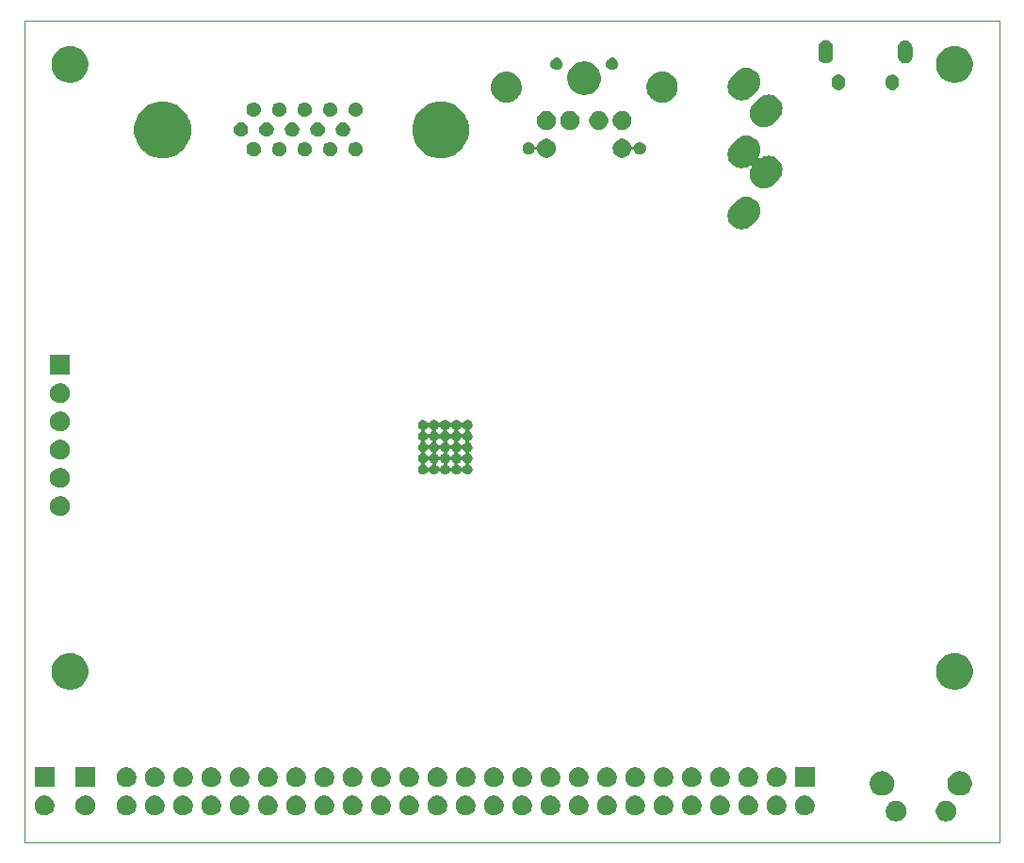
<source format=gbr>
G04 #@! TF.GenerationSoftware,KiCad,Pcbnew,(5.1.5)-3*
G04 #@! TF.CreationDate,2020-08-02T12:31:38+12:00*
G04 #@! TF.ProjectId,PocketTRS,506f636b-6574-4545-9253-2e6b69636164,rev?*
G04 #@! TF.SameCoordinates,Original*
G04 #@! TF.FileFunction,Soldermask,Bot*
G04 #@! TF.FilePolarity,Negative*
%FSLAX46Y46*%
G04 Gerber Fmt 4.6, Leading zero omitted, Abs format (unit mm)*
G04 Created by KiCad (PCBNEW (5.1.5)-3) date 2020-08-02 12:31:38*
%MOMM*%
%LPD*%
G04 APERTURE LIST*
%ADD10C,0.050000*%
%ADD11C,0.100000*%
G04 APERTURE END LIST*
D10*
X252730000Y-64770000D02*
X252730000Y-61976000D01*
X165100000Y-61976000D02*
X165100000Y-64770000D01*
X252730000Y-135890000D02*
X165100000Y-135890000D01*
X252730000Y-64770000D02*
X252730000Y-135890000D01*
X165100000Y-135890000D02*
X165100000Y-64770000D01*
X165100000Y-61976000D02*
X252730000Y-61976000D01*
D11*
G36*
X248174104Y-132205585D02*
G01*
X248342626Y-132275389D01*
X248494291Y-132376728D01*
X248623272Y-132505709D01*
X248724611Y-132657374D01*
X248794415Y-132825896D01*
X248830000Y-133004797D01*
X248830000Y-133187203D01*
X248794415Y-133366104D01*
X248724611Y-133534626D01*
X248623272Y-133686291D01*
X248494291Y-133815272D01*
X248342626Y-133916611D01*
X248174104Y-133986415D01*
X247995203Y-134022000D01*
X247812797Y-134022000D01*
X247633896Y-133986415D01*
X247465374Y-133916611D01*
X247313709Y-133815272D01*
X247184728Y-133686291D01*
X247083389Y-133534626D01*
X247013585Y-133366104D01*
X246978000Y-133187203D01*
X246978000Y-133004797D01*
X247013585Y-132825896D01*
X247083389Y-132657374D01*
X247184728Y-132505709D01*
X247313709Y-132376728D01*
X247465374Y-132275389D01*
X247633896Y-132205585D01*
X247812797Y-132170000D01*
X247995203Y-132170000D01*
X248174104Y-132205585D01*
G37*
G36*
X243674104Y-132205585D02*
G01*
X243842626Y-132275389D01*
X243994291Y-132376728D01*
X244123272Y-132505709D01*
X244224611Y-132657374D01*
X244294415Y-132825896D01*
X244330000Y-133004797D01*
X244330000Y-133187203D01*
X244294415Y-133366104D01*
X244224611Y-133534626D01*
X244123272Y-133686291D01*
X243994291Y-133815272D01*
X243842626Y-133916611D01*
X243674104Y-133986415D01*
X243495203Y-134022000D01*
X243312797Y-134022000D01*
X243133896Y-133986415D01*
X242965374Y-133916611D01*
X242813709Y-133815272D01*
X242684728Y-133686291D01*
X242583389Y-133534626D01*
X242513585Y-133366104D01*
X242478000Y-133187203D01*
X242478000Y-133004797D01*
X242513585Y-132825896D01*
X242583389Y-132657374D01*
X242684728Y-132505709D01*
X242813709Y-132376728D01*
X242965374Y-132275389D01*
X243133896Y-132205585D01*
X243312797Y-132170000D01*
X243495203Y-132170000D01*
X243674104Y-132205585D01*
G37*
G36*
X225157512Y-131691927D02*
G01*
X225306812Y-131721624D01*
X225470784Y-131789544D01*
X225618354Y-131888147D01*
X225743853Y-132013646D01*
X225842456Y-132161216D01*
X225910376Y-132325188D01*
X225945000Y-132499259D01*
X225945000Y-132676741D01*
X225910376Y-132850812D01*
X225842456Y-133014784D01*
X225743853Y-133162354D01*
X225618354Y-133287853D01*
X225470784Y-133386456D01*
X225306812Y-133454376D01*
X225157512Y-133484073D01*
X225132742Y-133489000D01*
X224955258Y-133489000D01*
X224930488Y-133484073D01*
X224781188Y-133454376D01*
X224617216Y-133386456D01*
X224469646Y-133287853D01*
X224344147Y-133162354D01*
X224245544Y-133014784D01*
X224177624Y-132850812D01*
X224143000Y-132676741D01*
X224143000Y-132499259D01*
X224177624Y-132325188D01*
X224245544Y-132161216D01*
X224344147Y-132013646D01*
X224469646Y-131888147D01*
X224617216Y-131789544D01*
X224781188Y-131721624D01*
X224930488Y-131691927D01*
X224955258Y-131687000D01*
X225132742Y-131687000D01*
X225157512Y-131691927D01*
G37*
G36*
X184517512Y-131691927D02*
G01*
X184666812Y-131721624D01*
X184830784Y-131789544D01*
X184978354Y-131888147D01*
X185103853Y-132013646D01*
X185202456Y-132161216D01*
X185270376Y-132325188D01*
X185305000Y-132499259D01*
X185305000Y-132676741D01*
X185270376Y-132850812D01*
X185202456Y-133014784D01*
X185103853Y-133162354D01*
X184978354Y-133287853D01*
X184830784Y-133386456D01*
X184666812Y-133454376D01*
X184517512Y-133484073D01*
X184492742Y-133489000D01*
X184315258Y-133489000D01*
X184290488Y-133484073D01*
X184141188Y-133454376D01*
X183977216Y-133386456D01*
X183829646Y-133287853D01*
X183704147Y-133162354D01*
X183605544Y-133014784D01*
X183537624Y-132850812D01*
X183503000Y-132676741D01*
X183503000Y-132499259D01*
X183537624Y-132325188D01*
X183605544Y-132161216D01*
X183704147Y-132013646D01*
X183829646Y-131888147D01*
X183977216Y-131789544D01*
X184141188Y-131721624D01*
X184290488Y-131691927D01*
X184315258Y-131687000D01*
X184492742Y-131687000D01*
X184517512Y-131691927D01*
G37*
G36*
X166991512Y-131691927D02*
G01*
X167140812Y-131721624D01*
X167304784Y-131789544D01*
X167452354Y-131888147D01*
X167577853Y-132013646D01*
X167676456Y-132161216D01*
X167744376Y-132325188D01*
X167779000Y-132499259D01*
X167779000Y-132676741D01*
X167744376Y-132850812D01*
X167676456Y-133014784D01*
X167577853Y-133162354D01*
X167452354Y-133287853D01*
X167304784Y-133386456D01*
X167140812Y-133454376D01*
X166991512Y-133484073D01*
X166966742Y-133489000D01*
X166789258Y-133489000D01*
X166764488Y-133484073D01*
X166615188Y-133454376D01*
X166451216Y-133386456D01*
X166303646Y-133287853D01*
X166178147Y-133162354D01*
X166079544Y-133014784D01*
X166011624Y-132850812D01*
X165977000Y-132676741D01*
X165977000Y-132499259D01*
X166011624Y-132325188D01*
X166079544Y-132161216D01*
X166178147Y-132013646D01*
X166303646Y-131888147D01*
X166451216Y-131789544D01*
X166615188Y-131721624D01*
X166764488Y-131691927D01*
X166789258Y-131687000D01*
X166966742Y-131687000D01*
X166991512Y-131691927D01*
G37*
G36*
X170674512Y-131691927D02*
G01*
X170823812Y-131721624D01*
X170987784Y-131789544D01*
X171135354Y-131888147D01*
X171260853Y-132013646D01*
X171359456Y-132161216D01*
X171427376Y-132325188D01*
X171462000Y-132499259D01*
X171462000Y-132676741D01*
X171427376Y-132850812D01*
X171359456Y-133014784D01*
X171260853Y-133162354D01*
X171135354Y-133287853D01*
X170987784Y-133386456D01*
X170823812Y-133454376D01*
X170674512Y-133484073D01*
X170649742Y-133489000D01*
X170472258Y-133489000D01*
X170447488Y-133484073D01*
X170298188Y-133454376D01*
X170134216Y-133386456D01*
X169986646Y-133287853D01*
X169861147Y-133162354D01*
X169762544Y-133014784D01*
X169694624Y-132850812D01*
X169660000Y-132676741D01*
X169660000Y-132499259D01*
X169694624Y-132325188D01*
X169762544Y-132161216D01*
X169861147Y-132013646D01*
X169986646Y-131888147D01*
X170134216Y-131789544D01*
X170298188Y-131721624D01*
X170447488Y-131691927D01*
X170472258Y-131687000D01*
X170649742Y-131687000D01*
X170674512Y-131691927D01*
G37*
G36*
X235317512Y-131691927D02*
G01*
X235466812Y-131721624D01*
X235630784Y-131789544D01*
X235778354Y-131888147D01*
X235903853Y-132013646D01*
X236002456Y-132161216D01*
X236070376Y-132325188D01*
X236105000Y-132499259D01*
X236105000Y-132676741D01*
X236070376Y-132850812D01*
X236002456Y-133014784D01*
X235903853Y-133162354D01*
X235778354Y-133287853D01*
X235630784Y-133386456D01*
X235466812Y-133454376D01*
X235317512Y-133484073D01*
X235292742Y-133489000D01*
X235115258Y-133489000D01*
X235090488Y-133484073D01*
X234941188Y-133454376D01*
X234777216Y-133386456D01*
X234629646Y-133287853D01*
X234504147Y-133162354D01*
X234405544Y-133014784D01*
X234337624Y-132850812D01*
X234303000Y-132676741D01*
X234303000Y-132499259D01*
X234337624Y-132325188D01*
X234405544Y-132161216D01*
X234504147Y-132013646D01*
X234629646Y-131888147D01*
X234777216Y-131789544D01*
X234941188Y-131721624D01*
X235090488Y-131691927D01*
X235115258Y-131687000D01*
X235292742Y-131687000D01*
X235317512Y-131691927D01*
G37*
G36*
X232777512Y-131691927D02*
G01*
X232926812Y-131721624D01*
X233090784Y-131789544D01*
X233238354Y-131888147D01*
X233363853Y-132013646D01*
X233462456Y-132161216D01*
X233530376Y-132325188D01*
X233565000Y-132499259D01*
X233565000Y-132676741D01*
X233530376Y-132850812D01*
X233462456Y-133014784D01*
X233363853Y-133162354D01*
X233238354Y-133287853D01*
X233090784Y-133386456D01*
X232926812Y-133454376D01*
X232777512Y-133484073D01*
X232752742Y-133489000D01*
X232575258Y-133489000D01*
X232550488Y-133484073D01*
X232401188Y-133454376D01*
X232237216Y-133386456D01*
X232089646Y-133287853D01*
X231964147Y-133162354D01*
X231865544Y-133014784D01*
X231797624Y-132850812D01*
X231763000Y-132676741D01*
X231763000Y-132499259D01*
X231797624Y-132325188D01*
X231865544Y-132161216D01*
X231964147Y-132013646D01*
X232089646Y-131888147D01*
X232237216Y-131789544D01*
X232401188Y-131721624D01*
X232550488Y-131691927D01*
X232575258Y-131687000D01*
X232752742Y-131687000D01*
X232777512Y-131691927D01*
G37*
G36*
X230237512Y-131691927D02*
G01*
X230386812Y-131721624D01*
X230550784Y-131789544D01*
X230698354Y-131888147D01*
X230823853Y-132013646D01*
X230922456Y-132161216D01*
X230990376Y-132325188D01*
X231025000Y-132499259D01*
X231025000Y-132676741D01*
X230990376Y-132850812D01*
X230922456Y-133014784D01*
X230823853Y-133162354D01*
X230698354Y-133287853D01*
X230550784Y-133386456D01*
X230386812Y-133454376D01*
X230237512Y-133484073D01*
X230212742Y-133489000D01*
X230035258Y-133489000D01*
X230010488Y-133484073D01*
X229861188Y-133454376D01*
X229697216Y-133386456D01*
X229549646Y-133287853D01*
X229424147Y-133162354D01*
X229325544Y-133014784D01*
X229257624Y-132850812D01*
X229223000Y-132676741D01*
X229223000Y-132499259D01*
X229257624Y-132325188D01*
X229325544Y-132161216D01*
X229424147Y-132013646D01*
X229549646Y-131888147D01*
X229697216Y-131789544D01*
X229861188Y-131721624D01*
X230010488Y-131691927D01*
X230035258Y-131687000D01*
X230212742Y-131687000D01*
X230237512Y-131691927D01*
G37*
G36*
X222617512Y-131691927D02*
G01*
X222766812Y-131721624D01*
X222930784Y-131789544D01*
X223078354Y-131888147D01*
X223203853Y-132013646D01*
X223302456Y-132161216D01*
X223370376Y-132325188D01*
X223405000Y-132499259D01*
X223405000Y-132676741D01*
X223370376Y-132850812D01*
X223302456Y-133014784D01*
X223203853Y-133162354D01*
X223078354Y-133287853D01*
X222930784Y-133386456D01*
X222766812Y-133454376D01*
X222617512Y-133484073D01*
X222592742Y-133489000D01*
X222415258Y-133489000D01*
X222390488Y-133484073D01*
X222241188Y-133454376D01*
X222077216Y-133386456D01*
X221929646Y-133287853D01*
X221804147Y-133162354D01*
X221705544Y-133014784D01*
X221637624Y-132850812D01*
X221603000Y-132676741D01*
X221603000Y-132499259D01*
X221637624Y-132325188D01*
X221705544Y-132161216D01*
X221804147Y-132013646D01*
X221929646Y-131888147D01*
X222077216Y-131789544D01*
X222241188Y-131721624D01*
X222390488Y-131691927D01*
X222415258Y-131687000D01*
X222592742Y-131687000D01*
X222617512Y-131691927D01*
G37*
G36*
X220077512Y-131691927D02*
G01*
X220226812Y-131721624D01*
X220390784Y-131789544D01*
X220538354Y-131888147D01*
X220663853Y-132013646D01*
X220762456Y-132161216D01*
X220830376Y-132325188D01*
X220865000Y-132499259D01*
X220865000Y-132676741D01*
X220830376Y-132850812D01*
X220762456Y-133014784D01*
X220663853Y-133162354D01*
X220538354Y-133287853D01*
X220390784Y-133386456D01*
X220226812Y-133454376D01*
X220077512Y-133484073D01*
X220052742Y-133489000D01*
X219875258Y-133489000D01*
X219850488Y-133484073D01*
X219701188Y-133454376D01*
X219537216Y-133386456D01*
X219389646Y-133287853D01*
X219264147Y-133162354D01*
X219165544Y-133014784D01*
X219097624Y-132850812D01*
X219063000Y-132676741D01*
X219063000Y-132499259D01*
X219097624Y-132325188D01*
X219165544Y-132161216D01*
X219264147Y-132013646D01*
X219389646Y-131888147D01*
X219537216Y-131789544D01*
X219701188Y-131721624D01*
X219850488Y-131691927D01*
X219875258Y-131687000D01*
X220052742Y-131687000D01*
X220077512Y-131691927D01*
G37*
G36*
X217537512Y-131691927D02*
G01*
X217686812Y-131721624D01*
X217850784Y-131789544D01*
X217998354Y-131888147D01*
X218123853Y-132013646D01*
X218222456Y-132161216D01*
X218290376Y-132325188D01*
X218325000Y-132499259D01*
X218325000Y-132676741D01*
X218290376Y-132850812D01*
X218222456Y-133014784D01*
X218123853Y-133162354D01*
X217998354Y-133287853D01*
X217850784Y-133386456D01*
X217686812Y-133454376D01*
X217537512Y-133484073D01*
X217512742Y-133489000D01*
X217335258Y-133489000D01*
X217310488Y-133484073D01*
X217161188Y-133454376D01*
X216997216Y-133386456D01*
X216849646Y-133287853D01*
X216724147Y-133162354D01*
X216625544Y-133014784D01*
X216557624Y-132850812D01*
X216523000Y-132676741D01*
X216523000Y-132499259D01*
X216557624Y-132325188D01*
X216625544Y-132161216D01*
X216724147Y-132013646D01*
X216849646Y-131888147D01*
X216997216Y-131789544D01*
X217161188Y-131721624D01*
X217310488Y-131691927D01*
X217335258Y-131687000D01*
X217512742Y-131687000D01*
X217537512Y-131691927D01*
G37*
G36*
X214997512Y-131691927D02*
G01*
X215146812Y-131721624D01*
X215310784Y-131789544D01*
X215458354Y-131888147D01*
X215583853Y-132013646D01*
X215682456Y-132161216D01*
X215750376Y-132325188D01*
X215785000Y-132499259D01*
X215785000Y-132676741D01*
X215750376Y-132850812D01*
X215682456Y-133014784D01*
X215583853Y-133162354D01*
X215458354Y-133287853D01*
X215310784Y-133386456D01*
X215146812Y-133454376D01*
X214997512Y-133484073D01*
X214972742Y-133489000D01*
X214795258Y-133489000D01*
X214770488Y-133484073D01*
X214621188Y-133454376D01*
X214457216Y-133386456D01*
X214309646Y-133287853D01*
X214184147Y-133162354D01*
X214085544Y-133014784D01*
X214017624Y-132850812D01*
X213983000Y-132676741D01*
X213983000Y-132499259D01*
X214017624Y-132325188D01*
X214085544Y-132161216D01*
X214184147Y-132013646D01*
X214309646Y-131888147D01*
X214457216Y-131789544D01*
X214621188Y-131721624D01*
X214770488Y-131691927D01*
X214795258Y-131687000D01*
X214972742Y-131687000D01*
X214997512Y-131691927D01*
G37*
G36*
X227697512Y-131691927D02*
G01*
X227846812Y-131721624D01*
X228010784Y-131789544D01*
X228158354Y-131888147D01*
X228283853Y-132013646D01*
X228382456Y-132161216D01*
X228450376Y-132325188D01*
X228485000Y-132499259D01*
X228485000Y-132676741D01*
X228450376Y-132850812D01*
X228382456Y-133014784D01*
X228283853Y-133162354D01*
X228158354Y-133287853D01*
X228010784Y-133386456D01*
X227846812Y-133454376D01*
X227697512Y-133484073D01*
X227672742Y-133489000D01*
X227495258Y-133489000D01*
X227470488Y-133484073D01*
X227321188Y-133454376D01*
X227157216Y-133386456D01*
X227009646Y-133287853D01*
X226884147Y-133162354D01*
X226785544Y-133014784D01*
X226717624Y-132850812D01*
X226683000Y-132676741D01*
X226683000Y-132499259D01*
X226717624Y-132325188D01*
X226785544Y-132161216D01*
X226884147Y-132013646D01*
X227009646Y-131888147D01*
X227157216Y-131789544D01*
X227321188Y-131721624D01*
X227470488Y-131691927D01*
X227495258Y-131687000D01*
X227672742Y-131687000D01*
X227697512Y-131691927D01*
G37*
G36*
X209917512Y-131691927D02*
G01*
X210066812Y-131721624D01*
X210230784Y-131789544D01*
X210378354Y-131888147D01*
X210503853Y-132013646D01*
X210602456Y-132161216D01*
X210670376Y-132325188D01*
X210705000Y-132499259D01*
X210705000Y-132676741D01*
X210670376Y-132850812D01*
X210602456Y-133014784D01*
X210503853Y-133162354D01*
X210378354Y-133287853D01*
X210230784Y-133386456D01*
X210066812Y-133454376D01*
X209917512Y-133484073D01*
X209892742Y-133489000D01*
X209715258Y-133489000D01*
X209690488Y-133484073D01*
X209541188Y-133454376D01*
X209377216Y-133386456D01*
X209229646Y-133287853D01*
X209104147Y-133162354D01*
X209005544Y-133014784D01*
X208937624Y-132850812D01*
X208903000Y-132676741D01*
X208903000Y-132499259D01*
X208937624Y-132325188D01*
X209005544Y-132161216D01*
X209104147Y-132013646D01*
X209229646Y-131888147D01*
X209377216Y-131789544D01*
X209541188Y-131721624D01*
X209690488Y-131691927D01*
X209715258Y-131687000D01*
X209892742Y-131687000D01*
X209917512Y-131691927D01*
G37*
G36*
X204837512Y-131691927D02*
G01*
X204986812Y-131721624D01*
X205150784Y-131789544D01*
X205298354Y-131888147D01*
X205423853Y-132013646D01*
X205522456Y-132161216D01*
X205590376Y-132325188D01*
X205625000Y-132499259D01*
X205625000Y-132676741D01*
X205590376Y-132850812D01*
X205522456Y-133014784D01*
X205423853Y-133162354D01*
X205298354Y-133287853D01*
X205150784Y-133386456D01*
X204986812Y-133454376D01*
X204837512Y-133484073D01*
X204812742Y-133489000D01*
X204635258Y-133489000D01*
X204610488Y-133484073D01*
X204461188Y-133454376D01*
X204297216Y-133386456D01*
X204149646Y-133287853D01*
X204024147Y-133162354D01*
X203925544Y-133014784D01*
X203857624Y-132850812D01*
X203823000Y-132676741D01*
X203823000Y-132499259D01*
X203857624Y-132325188D01*
X203925544Y-132161216D01*
X204024147Y-132013646D01*
X204149646Y-131888147D01*
X204297216Y-131789544D01*
X204461188Y-131721624D01*
X204610488Y-131691927D01*
X204635258Y-131687000D01*
X204812742Y-131687000D01*
X204837512Y-131691927D01*
G37*
G36*
X202297512Y-131691927D02*
G01*
X202446812Y-131721624D01*
X202610784Y-131789544D01*
X202758354Y-131888147D01*
X202883853Y-132013646D01*
X202982456Y-132161216D01*
X203050376Y-132325188D01*
X203085000Y-132499259D01*
X203085000Y-132676741D01*
X203050376Y-132850812D01*
X202982456Y-133014784D01*
X202883853Y-133162354D01*
X202758354Y-133287853D01*
X202610784Y-133386456D01*
X202446812Y-133454376D01*
X202297512Y-133484073D01*
X202272742Y-133489000D01*
X202095258Y-133489000D01*
X202070488Y-133484073D01*
X201921188Y-133454376D01*
X201757216Y-133386456D01*
X201609646Y-133287853D01*
X201484147Y-133162354D01*
X201385544Y-133014784D01*
X201317624Y-132850812D01*
X201283000Y-132676741D01*
X201283000Y-132499259D01*
X201317624Y-132325188D01*
X201385544Y-132161216D01*
X201484147Y-132013646D01*
X201609646Y-131888147D01*
X201757216Y-131789544D01*
X201921188Y-131721624D01*
X202070488Y-131691927D01*
X202095258Y-131687000D01*
X202272742Y-131687000D01*
X202297512Y-131691927D01*
G37*
G36*
X199757512Y-131691927D02*
G01*
X199906812Y-131721624D01*
X200070784Y-131789544D01*
X200218354Y-131888147D01*
X200343853Y-132013646D01*
X200442456Y-132161216D01*
X200510376Y-132325188D01*
X200545000Y-132499259D01*
X200545000Y-132676741D01*
X200510376Y-132850812D01*
X200442456Y-133014784D01*
X200343853Y-133162354D01*
X200218354Y-133287853D01*
X200070784Y-133386456D01*
X199906812Y-133454376D01*
X199757512Y-133484073D01*
X199732742Y-133489000D01*
X199555258Y-133489000D01*
X199530488Y-133484073D01*
X199381188Y-133454376D01*
X199217216Y-133386456D01*
X199069646Y-133287853D01*
X198944147Y-133162354D01*
X198845544Y-133014784D01*
X198777624Y-132850812D01*
X198743000Y-132676741D01*
X198743000Y-132499259D01*
X198777624Y-132325188D01*
X198845544Y-132161216D01*
X198944147Y-132013646D01*
X199069646Y-131888147D01*
X199217216Y-131789544D01*
X199381188Y-131721624D01*
X199530488Y-131691927D01*
X199555258Y-131687000D01*
X199732742Y-131687000D01*
X199757512Y-131691927D01*
G37*
G36*
X197217512Y-131691927D02*
G01*
X197366812Y-131721624D01*
X197530784Y-131789544D01*
X197678354Y-131888147D01*
X197803853Y-132013646D01*
X197902456Y-132161216D01*
X197970376Y-132325188D01*
X198005000Y-132499259D01*
X198005000Y-132676741D01*
X197970376Y-132850812D01*
X197902456Y-133014784D01*
X197803853Y-133162354D01*
X197678354Y-133287853D01*
X197530784Y-133386456D01*
X197366812Y-133454376D01*
X197217512Y-133484073D01*
X197192742Y-133489000D01*
X197015258Y-133489000D01*
X196990488Y-133484073D01*
X196841188Y-133454376D01*
X196677216Y-133386456D01*
X196529646Y-133287853D01*
X196404147Y-133162354D01*
X196305544Y-133014784D01*
X196237624Y-132850812D01*
X196203000Y-132676741D01*
X196203000Y-132499259D01*
X196237624Y-132325188D01*
X196305544Y-132161216D01*
X196404147Y-132013646D01*
X196529646Y-131888147D01*
X196677216Y-131789544D01*
X196841188Y-131721624D01*
X196990488Y-131691927D01*
X197015258Y-131687000D01*
X197192742Y-131687000D01*
X197217512Y-131691927D01*
G37*
G36*
X194677512Y-131691927D02*
G01*
X194826812Y-131721624D01*
X194990784Y-131789544D01*
X195138354Y-131888147D01*
X195263853Y-132013646D01*
X195362456Y-132161216D01*
X195430376Y-132325188D01*
X195465000Y-132499259D01*
X195465000Y-132676741D01*
X195430376Y-132850812D01*
X195362456Y-133014784D01*
X195263853Y-133162354D01*
X195138354Y-133287853D01*
X194990784Y-133386456D01*
X194826812Y-133454376D01*
X194677512Y-133484073D01*
X194652742Y-133489000D01*
X194475258Y-133489000D01*
X194450488Y-133484073D01*
X194301188Y-133454376D01*
X194137216Y-133386456D01*
X193989646Y-133287853D01*
X193864147Y-133162354D01*
X193765544Y-133014784D01*
X193697624Y-132850812D01*
X193663000Y-132676741D01*
X193663000Y-132499259D01*
X193697624Y-132325188D01*
X193765544Y-132161216D01*
X193864147Y-132013646D01*
X193989646Y-131888147D01*
X194137216Y-131789544D01*
X194301188Y-131721624D01*
X194450488Y-131691927D01*
X194475258Y-131687000D01*
X194652742Y-131687000D01*
X194677512Y-131691927D01*
G37*
G36*
X192137512Y-131691927D02*
G01*
X192286812Y-131721624D01*
X192450784Y-131789544D01*
X192598354Y-131888147D01*
X192723853Y-132013646D01*
X192822456Y-132161216D01*
X192890376Y-132325188D01*
X192925000Y-132499259D01*
X192925000Y-132676741D01*
X192890376Y-132850812D01*
X192822456Y-133014784D01*
X192723853Y-133162354D01*
X192598354Y-133287853D01*
X192450784Y-133386456D01*
X192286812Y-133454376D01*
X192137512Y-133484073D01*
X192112742Y-133489000D01*
X191935258Y-133489000D01*
X191910488Y-133484073D01*
X191761188Y-133454376D01*
X191597216Y-133386456D01*
X191449646Y-133287853D01*
X191324147Y-133162354D01*
X191225544Y-133014784D01*
X191157624Y-132850812D01*
X191123000Y-132676741D01*
X191123000Y-132499259D01*
X191157624Y-132325188D01*
X191225544Y-132161216D01*
X191324147Y-132013646D01*
X191449646Y-131888147D01*
X191597216Y-131789544D01*
X191761188Y-131721624D01*
X191910488Y-131691927D01*
X191935258Y-131687000D01*
X192112742Y-131687000D01*
X192137512Y-131691927D01*
G37*
G36*
X212457512Y-131691927D02*
G01*
X212606812Y-131721624D01*
X212770784Y-131789544D01*
X212918354Y-131888147D01*
X213043853Y-132013646D01*
X213142456Y-132161216D01*
X213210376Y-132325188D01*
X213245000Y-132499259D01*
X213245000Y-132676741D01*
X213210376Y-132850812D01*
X213142456Y-133014784D01*
X213043853Y-133162354D01*
X212918354Y-133287853D01*
X212770784Y-133386456D01*
X212606812Y-133454376D01*
X212457512Y-133484073D01*
X212432742Y-133489000D01*
X212255258Y-133489000D01*
X212230488Y-133484073D01*
X212081188Y-133454376D01*
X211917216Y-133386456D01*
X211769646Y-133287853D01*
X211644147Y-133162354D01*
X211545544Y-133014784D01*
X211477624Y-132850812D01*
X211443000Y-132676741D01*
X211443000Y-132499259D01*
X211477624Y-132325188D01*
X211545544Y-132161216D01*
X211644147Y-132013646D01*
X211769646Y-131888147D01*
X211917216Y-131789544D01*
X212081188Y-131721624D01*
X212230488Y-131691927D01*
X212255258Y-131687000D01*
X212432742Y-131687000D01*
X212457512Y-131691927D01*
G37*
G36*
X189597512Y-131691927D02*
G01*
X189746812Y-131721624D01*
X189910784Y-131789544D01*
X190058354Y-131888147D01*
X190183853Y-132013646D01*
X190282456Y-132161216D01*
X190350376Y-132325188D01*
X190385000Y-132499259D01*
X190385000Y-132676741D01*
X190350376Y-132850812D01*
X190282456Y-133014784D01*
X190183853Y-133162354D01*
X190058354Y-133287853D01*
X189910784Y-133386456D01*
X189746812Y-133454376D01*
X189597512Y-133484073D01*
X189572742Y-133489000D01*
X189395258Y-133489000D01*
X189370488Y-133484073D01*
X189221188Y-133454376D01*
X189057216Y-133386456D01*
X188909646Y-133287853D01*
X188784147Y-133162354D01*
X188685544Y-133014784D01*
X188617624Y-132850812D01*
X188583000Y-132676741D01*
X188583000Y-132499259D01*
X188617624Y-132325188D01*
X188685544Y-132161216D01*
X188784147Y-132013646D01*
X188909646Y-131888147D01*
X189057216Y-131789544D01*
X189221188Y-131721624D01*
X189370488Y-131691927D01*
X189395258Y-131687000D01*
X189572742Y-131687000D01*
X189597512Y-131691927D01*
G37*
G36*
X187057512Y-131691927D02*
G01*
X187206812Y-131721624D01*
X187370784Y-131789544D01*
X187518354Y-131888147D01*
X187643853Y-132013646D01*
X187742456Y-132161216D01*
X187810376Y-132325188D01*
X187845000Y-132499259D01*
X187845000Y-132676741D01*
X187810376Y-132850812D01*
X187742456Y-133014784D01*
X187643853Y-133162354D01*
X187518354Y-133287853D01*
X187370784Y-133386456D01*
X187206812Y-133454376D01*
X187057512Y-133484073D01*
X187032742Y-133489000D01*
X186855258Y-133489000D01*
X186830488Y-133484073D01*
X186681188Y-133454376D01*
X186517216Y-133386456D01*
X186369646Y-133287853D01*
X186244147Y-133162354D01*
X186145544Y-133014784D01*
X186077624Y-132850812D01*
X186043000Y-132676741D01*
X186043000Y-132499259D01*
X186077624Y-132325188D01*
X186145544Y-132161216D01*
X186244147Y-132013646D01*
X186369646Y-131888147D01*
X186517216Y-131789544D01*
X186681188Y-131721624D01*
X186830488Y-131691927D01*
X186855258Y-131687000D01*
X187032742Y-131687000D01*
X187057512Y-131691927D01*
G37*
G36*
X174357512Y-131691927D02*
G01*
X174506812Y-131721624D01*
X174670784Y-131789544D01*
X174818354Y-131888147D01*
X174943853Y-132013646D01*
X175042456Y-132161216D01*
X175110376Y-132325188D01*
X175145000Y-132499259D01*
X175145000Y-132676741D01*
X175110376Y-132850812D01*
X175042456Y-133014784D01*
X174943853Y-133162354D01*
X174818354Y-133287853D01*
X174670784Y-133386456D01*
X174506812Y-133454376D01*
X174357512Y-133484073D01*
X174332742Y-133489000D01*
X174155258Y-133489000D01*
X174130488Y-133484073D01*
X173981188Y-133454376D01*
X173817216Y-133386456D01*
X173669646Y-133287853D01*
X173544147Y-133162354D01*
X173445544Y-133014784D01*
X173377624Y-132850812D01*
X173343000Y-132676741D01*
X173343000Y-132499259D01*
X173377624Y-132325188D01*
X173445544Y-132161216D01*
X173544147Y-132013646D01*
X173669646Y-131888147D01*
X173817216Y-131789544D01*
X173981188Y-131721624D01*
X174130488Y-131691927D01*
X174155258Y-131687000D01*
X174332742Y-131687000D01*
X174357512Y-131691927D01*
G37*
G36*
X176897512Y-131691927D02*
G01*
X177046812Y-131721624D01*
X177210784Y-131789544D01*
X177358354Y-131888147D01*
X177483853Y-132013646D01*
X177582456Y-132161216D01*
X177650376Y-132325188D01*
X177685000Y-132499259D01*
X177685000Y-132676741D01*
X177650376Y-132850812D01*
X177582456Y-133014784D01*
X177483853Y-133162354D01*
X177358354Y-133287853D01*
X177210784Y-133386456D01*
X177046812Y-133454376D01*
X176897512Y-133484073D01*
X176872742Y-133489000D01*
X176695258Y-133489000D01*
X176670488Y-133484073D01*
X176521188Y-133454376D01*
X176357216Y-133386456D01*
X176209646Y-133287853D01*
X176084147Y-133162354D01*
X175985544Y-133014784D01*
X175917624Y-132850812D01*
X175883000Y-132676741D01*
X175883000Y-132499259D01*
X175917624Y-132325188D01*
X175985544Y-132161216D01*
X176084147Y-132013646D01*
X176209646Y-131888147D01*
X176357216Y-131789544D01*
X176521188Y-131721624D01*
X176670488Y-131691927D01*
X176695258Y-131687000D01*
X176872742Y-131687000D01*
X176897512Y-131691927D01*
G37*
G36*
X179437512Y-131691927D02*
G01*
X179586812Y-131721624D01*
X179750784Y-131789544D01*
X179898354Y-131888147D01*
X180023853Y-132013646D01*
X180122456Y-132161216D01*
X180190376Y-132325188D01*
X180225000Y-132499259D01*
X180225000Y-132676741D01*
X180190376Y-132850812D01*
X180122456Y-133014784D01*
X180023853Y-133162354D01*
X179898354Y-133287853D01*
X179750784Y-133386456D01*
X179586812Y-133454376D01*
X179437512Y-133484073D01*
X179412742Y-133489000D01*
X179235258Y-133489000D01*
X179210488Y-133484073D01*
X179061188Y-133454376D01*
X178897216Y-133386456D01*
X178749646Y-133287853D01*
X178624147Y-133162354D01*
X178525544Y-133014784D01*
X178457624Y-132850812D01*
X178423000Y-132676741D01*
X178423000Y-132499259D01*
X178457624Y-132325188D01*
X178525544Y-132161216D01*
X178624147Y-132013646D01*
X178749646Y-131888147D01*
X178897216Y-131789544D01*
X179061188Y-131721624D01*
X179210488Y-131691927D01*
X179235258Y-131687000D01*
X179412742Y-131687000D01*
X179437512Y-131691927D01*
G37*
G36*
X181977512Y-131691927D02*
G01*
X182126812Y-131721624D01*
X182290784Y-131789544D01*
X182438354Y-131888147D01*
X182563853Y-132013646D01*
X182662456Y-132161216D01*
X182730376Y-132325188D01*
X182765000Y-132499259D01*
X182765000Y-132676741D01*
X182730376Y-132850812D01*
X182662456Y-133014784D01*
X182563853Y-133162354D01*
X182438354Y-133287853D01*
X182290784Y-133386456D01*
X182126812Y-133454376D01*
X181977512Y-133484073D01*
X181952742Y-133489000D01*
X181775258Y-133489000D01*
X181750488Y-133484073D01*
X181601188Y-133454376D01*
X181437216Y-133386456D01*
X181289646Y-133287853D01*
X181164147Y-133162354D01*
X181065544Y-133014784D01*
X180997624Y-132850812D01*
X180963000Y-132676741D01*
X180963000Y-132499259D01*
X180997624Y-132325188D01*
X181065544Y-132161216D01*
X181164147Y-132013646D01*
X181289646Y-131888147D01*
X181437216Y-131789544D01*
X181601188Y-131721624D01*
X181750488Y-131691927D01*
X181775258Y-131687000D01*
X181952742Y-131687000D01*
X181977512Y-131691927D01*
G37*
G36*
X207377512Y-131691927D02*
G01*
X207526812Y-131721624D01*
X207690784Y-131789544D01*
X207838354Y-131888147D01*
X207963853Y-132013646D01*
X208062456Y-132161216D01*
X208130376Y-132325188D01*
X208165000Y-132499259D01*
X208165000Y-132676741D01*
X208130376Y-132850812D01*
X208062456Y-133014784D01*
X207963853Y-133162354D01*
X207838354Y-133287853D01*
X207690784Y-133386456D01*
X207526812Y-133454376D01*
X207377512Y-133484073D01*
X207352742Y-133489000D01*
X207175258Y-133489000D01*
X207150488Y-133484073D01*
X207001188Y-133454376D01*
X206837216Y-133386456D01*
X206689646Y-133287853D01*
X206564147Y-133162354D01*
X206465544Y-133014784D01*
X206397624Y-132850812D01*
X206363000Y-132676741D01*
X206363000Y-132499259D01*
X206397624Y-132325188D01*
X206465544Y-132161216D01*
X206564147Y-132013646D01*
X206689646Y-131888147D01*
X206837216Y-131789544D01*
X207001188Y-131721624D01*
X207150488Y-131691927D01*
X207175258Y-131687000D01*
X207352742Y-131687000D01*
X207377512Y-131691927D01*
G37*
G36*
X242358794Y-129526155D02*
G01*
X242465150Y-129547311D01*
X242565334Y-129588809D01*
X242665520Y-129630307D01*
X242845844Y-129750795D01*
X242999205Y-129904156D01*
X243119693Y-130084480D01*
X243202689Y-130284851D01*
X243245000Y-130497560D01*
X243245000Y-130714440D01*
X243202689Y-130927149D01*
X243119693Y-131127520D01*
X242999205Y-131307844D01*
X242845844Y-131461205D01*
X242665520Y-131581693D01*
X242465150Y-131664689D01*
X242358795Y-131685844D01*
X242252440Y-131707000D01*
X242035560Y-131707000D01*
X241929205Y-131685844D01*
X241822850Y-131664689D01*
X241622480Y-131581693D01*
X241442156Y-131461205D01*
X241288795Y-131307844D01*
X241168307Y-131127520D01*
X241085311Y-130927149D01*
X241043000Y-130714440D01*
X241043000Y-130497560D01*
X241085311Y-130284851D01*
X241168307Y-130084480D01*
X241288795Y-129904156D01*
X241442156Y-129750795D01*
X241622480Y-129630307D01*
X241722666Y-129588809D01*
X241822850Y-129547311D01*
X241929206Y-129526155D01*
X242035560Y-129505000D01*
X242252440Y-129505000D01*
X242358794Y-129526155D01*
G37*
G36*
X249368794Y-129526155D02*
G01*
X249475150Y-129547311D01*
X249575334Y-129588809D01*
X249675520Y-129630307D01*
X249855844Y-129750795D01*
X250009205Y-129904156D01*
X250129693Y-130084480D01*
X250212689Y-130284851D01*
X250255000Y-130497560D01*
X250255000Y-130714440D01*
X250212689Y-130927149D01*
X250129693Y-131127520D01*
X250009205Y-131307844D01*
X249855844Y-131461205D01*
X249675520Y-131581693D01*
X249475150Y-131664689D01*
X249368795Y-131685844D01*
X249262440Y-131707000D01*
X249045560Y-131707000D01*
X248939205Y-131685844D01*
X248832850Y-131664689D01*
X248632480Y-131581693D01*
X248452156Y-131461205D01*
X248298795Y-131307844D01*
X248178307Y-131127520D01*
X248095311Y-130927149D01*
X248053000Y-130714440D01*
X248053000Y-130497560D01*
X248095311Y-130284851D01*
X248178307Y-130084480D01*
X248298795Y-129904156D01*
X248452156Y-129750795D01*
X248632480Y-129630307D01*
X248732666Y-129588809D01*
X248832850Y-129547311D01*
X248939206Y-129526155D01*
X249045560Y-129505000D01*
X249262440Y-129505000D01*
X249368794Y-129526155D01*
G37*
G36*
X225157512Y-129151927D02*
G01*
X225306812Y-129181624D01*
X225470784Y-129249544D01*
X225618354Y-129348147D01*
X225743853Y-129473646D01*
X225842456Y-129621216D01*
X225910376Y-129785188D01*
X225945000Y-129959259D01*
X225945000Y-130136741D01*
X225910376Y-130310812D01*
X225842456Y-130474784D01*
X225743853Y-130622354D01*
X225618354Y-130747853D01*
X225470784Y-130846456D01*
X225306812Y-130914376D01*
X225157512Y-130944073D01*
X225132742Y-130949000D01*
X224955258Y-130949000D01*
X224930488Y-130944073D01*
X224781188Y-130914376D01*
X224617216Y-130846456D01*
X224469646Y-130747853D01*
X224344147Y-130622354D01*
X224245544Y-130474784D01*
X224177624Y-130310812D01*
X224143000Y-130136741D01*
X224143000Y-129959259D01*
X224177624Y-129785188D01*
X224245544Y-129621216D01*
X224344147Y-129473646D01*
X224469646Y-129348147D01*
X224617216Y-129249544D01*
X224781188Y-129181624D01*
X224930488Y-129151927D01*
X224955258Y-129147000D01*
X225132742Y-129147000D01*
X225157512Y-129151927D01*
G37*
G36*
X199757512Y-129151927D02*
G01*
X199906812Y-129181624D01*
X200070784Y-129249544D01*
X200218354Y-129348147D01*
X200343853Y-129473646D01*
X200442456Y-129621216D01*
X200510376Y-129785188D01*
X200545000Y-129959259D01*
X200545000Y-130136741D01*
X200510376Y-130310812D01*
X200442456Y-130474784D01*
X200343853Y-130622354D01*
X200218354Y-130747853D01*
X200070784Y-130846456D01*
X199906812Y-130914376D01*
X199757512Y-130944073D01*
X199732742Y-130949000D01*
X199555258Y-130949000D01*
X199530488Y-130944073D01*
X199381188Y-130914376D01*
X199217216Y-130846456D01*
X199069646Y-130747853D01*
X198944147Y-130622354D01*
X198845544Y-130474784D01*
X198777624Y-130310812D01*
X198743000Y-130136741D01*
X198743000Y-129959259D01*
X198777624Y-129785188D01*
X198845544Y-129621216D01*
X198944147Y-129473646D01*
X199069646Y-129348147D01*
X199217216Y-129249544D01*
X199381188Y-129181624D01*
X199530488Y-129151927D01*
X199555258Y-129147000D01*
X199732742Y-129147000D01*
X199757512Y-129151927D01*
G37*
G36*
X197217512Y-129151927D02*
G01*
X197366812Y-129181624D01*
X197530784Y-129249544D01*
X197678354Y-129348147D01*
X197803853Y-129473646D01*
X197902456Y-129621216D01*
X197970376Y-129785188D01*
X198005000Y-129959259D01*
X198005000Y-130136741D01*
X197970376Y-130310812D01*
X197902456Y-130474784D01*
X197803853Y-130622354D01*
X197678354Y-130747853D01*
X197530784Y-130846456D01*
X197366812Y-130914376D01*
X197217512Y-130944073D01*
X197192742Y-130949000D01*
X197015258Y-130949000D01*
X196990488Y-130944073D01*
X196841188Y-130914376D01*
X196677216Y-130846456D01*
X196529646Y-130747853D01*
X196404147Y-130622354D01*
X196305544Y-130474784D01*
X196237624Y-130310812D01*
X196203000Y-130136741D01*
X196203000Y-129959259D01*
X196237624Y-129785188D01*
X196305544Y-129621216D01*
X196404147Y-129473646D01*
X196529646Y-129348147D01*
X196677216Y-129249544D01*
X196841188Y-129181624D01*
X196990488Y-129151927D01*
X197015258Y-129147000D01*
X197192742Y-129147000D01*
X197217512Y-129151927D01*
G37*
G36*
X202297512Y-129151927D02*
G01*
X202446812Y-129181624D01*
X202610784Y-129249544D01*
X202758354Y-129348147D01*
X202883853Y-129473646D01*
X202982456Y-129621216D01*
X203050376Y-129785188D01*
X203085000Y-129959259D01*
X203085000Y-130136741D01*
X203050376Y-130310812D01*
X202982456Y-130474784D01*
X202883853Y-130622354D01*
X202758354Y-130747853D01*
X202610784Y-130846456D01*
X202446812Y-130914376D01*
X202297512Y-130944073D01*
X202272742Y-130949000D01*
X202095258Y-130949000D01*
X202070488Y-130944073D01*
X201921188Y-130914376D01*
X201757216Y-130846456D01*
X201609646Y-130747853D01*
X201484147Y-130622354D01*
X201385544Y-130474784D01*
X201317624Y-130310812D01*
X201283000Y-130136741D01*
X201283000Y-129959259D01*
X201317624Y-129785188D01*
X201385544Y-129621216D01*
X201484147Y-129473646D01*
X201609646Y-129348147D01*
X201757216Y-129249544D01*
X201921188Y-129181624D01*
X202070488Y-129151927D01*
X202095258Y-129147000D01*
X202272742Y-129147000D01*
X202297512Y-129151927D01*
G37*
G36*
X204837512Y-129151927D02*
G01*
X204986812Y-129181624D01*
X205150784Y-129249544D01*
X205298354Y-129348147D01*
X205423853Y-129473646D01*
X205522456Y-129621216D01*
X205590376Y-129785188D01*
X205625000Y-129959259D01*
X205625000Y-130136741D01*
X205590376Y-130310812D01*
X205522456Y-130474784D01*
X205423853Y-130622354D01*
X205298354Y-130747853D01*
X205150784Y-130846456D01*
X204986812Y-130914376D01*
X204837512Y-130944073D01*
X204812742Y-130949000D01*
X204635258Y-130949000D01*
X204610488Y-130944073D01*
X204461188Y-130914376D01*
X204297216Y-130846456D01*
X204149646Y-130747853D01*
X204024147Y-130622354D01*
X203925544Y-130474784D01*
X203857624Y-130310812D01*
X203823000Y-130136741D01*
X203823000Y-129959259D01*
X203857624Y-129785188D01*
X203925544Y-129621216D01*
X204024147Y-129473646D01*
X204149646Y-129348147D01*
X204297216Y-129249544D01*
X204461188Y-129181624D01*
X204610488Y-129151927D01*
X204635258Y-129147000D01*
X204812742Y-129147000D01*
X204837512Y-129151927D01*
G37*
G36*
X194677512Y-129151927D02*
G01*
X194826812Y-129181624D01*
X194990784Y-129249544D01*
X195138354Y-129348147D01*
X195263853Y-129473646D01*
X195362456Y-129621216D01*
X195430376Y-129785188D01*
X195465000Y-129959259D01*
X195465000Y-130136741D01*
X195430376Y-130310812D01*
X195362456Y-130474784D01*
X195263853Y-130622354D01*
X195138354Y-130747853D01*
X194990784Y-130846456D01*
X194826812Y-130914376D01*
X194677512Y-130944073D01*
X194652742Y-130949000D01*
X194475258Y-130949000D01*
X194450488Y-130944073D01*
X194301188Y-130914376D01*
X194137216Y-130846456D01*
X193989646Y-130747853D01*
X193864147Y-130622354D01*
X193765544Y-130474784D01*
X193697624Y-130310812D01*
X193663000Y-130136741D01*
X193663000Y-129959259D01*
X193697624Y-129785188D01*
X193765544Y-129621216D01*
X193864147Y-129473646D01*
X193989646Y-129348147D01*
X194137216Y-129249544D01*
X194301188Y-129181624D01*
X194450488Y-129151927D01*
X194475258Y-129147000D01*
X194652742Y-129147000D01*
X194677512Y-129151927D01*
G37*
G36*
X207377512Y-129151927D02*
G01*
X207526812Y-129181624D01*
X207690784Y-129249544D01*
X207838354Y-129348147D01*
X207963853Y-129473646D01*
X208062456Y-129621216D01*
X208130376Y-129785188D01*
X208165000Y-129959259D01*
X208165000Y-130136741D01*
X208130376Y-130310812D01*
X208062456Y-130474784D01*
X207963853Y-130622354D01*
X207838354Y-130747853D01*
X207690784Y-130846456D01*
X207526812Y-130914376D01*
X207377512Y-130944073D01*
X207352742Y-130949000D01*
X207175258Y-130949000D01*
X207150488Y-130944073D01*
X207001188Y-130914376D01*
X206837216Y-130846456D01*
X206689646Y-130747853D01*
X206564147Y-130622354D01*
X206465544Y-130474784D01*
X206397624Y-130310812D01*
X206363000Y-130136741D01*
X206363000Y-129959259D01*
X206397624Y-129785188D01*
X206465544Y-129621216D01*
X206564147Y-129473646D01*
X206689646Y-129348147D01*
X206837216Y-129249544D01*
X207001188Y-129181624D01*
X207150488Y-129151927D01*
X207175258Y-129147000D01*
X207352742Y-129147000D01*
X207377512Y-129151927D01*
G37*
G36*
X209917512Y-129151927D02*
G01*
X210066812Y-129181624D01*
X210230784Y-129249544D01*
X210378354Y-129348147D01*
X210503853Y-129473646D01*
X210602456Y-129621216D01*
X210670376Y-129785188D01*
X210705000Y-129959259D01*
X210705000Y-130136741D01*
X210670376Y-130310812D01*
X210602456Y-130474784D01*
X210503853Y-130622354D01*
X210378354Y-130747853D01*
X210230784Y-130846456D01*
X210066812Y-130914376D01*
X209917512Y-130944073D01*
X209892742Y-130949000D01*
X209715258Y-130949000D01*
X209690488Y-130944073D01*
X209541188Y-130914376D01*
X209377216Y-130846456D01*
X209229646Y-130747853D01*
X209104147Y-130622354D01*
X209005544Y-130474784D01*
X208937624Y-130310812D01*
X208903000Y-130136741D01*
X208903000Y-129959259D01*
X208937624Y-129785188D01*
X209005544Y-129621216D01*
X209104147Y-129473646D01*
X209229646Y-129348147D01*
X209377216Y-129249544D01*
X209541188Y-129181624D01*
X209690488Y-129151927D01*
X209715258Y-129147000D01*
X209892742Y-129147000D01*
X209917512Y-129151927D01*
G37*
G36*
X192137512Y-129151927D02*
G01*
X192286812Y-129181624D01*
X192450784Y-129249544D01*
X192598354Y-129348147D01*
X192723853Y-129473646D01*
X192822456Y-129621216D01*
X192890376Y-129785188D01*
X192925000Y-129959259D01*
X192925000Y-130136741D01*
X192890376Y-130310812D01*
X192822456Y-130474784D01*
X192723853Y-130622354D01*
X192598354Y-130747853D01*
X192450784Y-130846456D01*
X192286812Y-130914376D01*
X192137512Y-130944073D01*
X192112742Y-130949000D01*
X191935258Y-130949000D01*
X191910488Y-130944073D01*
X191761188Y-130914376D01*
X191597216Y-130846456D01*
X191449646Y-130747853D01*
X191324147Y-130622354D01*
X191225544Y-130474784D01*
X191157624Y-130310812D01*
X191123000Y-130136741D01*
X191123000Y-129959259D01*
X191157624Y-129785188D01*
X191225544Y-129621216D01*
X191324147Y-129473646D01*
X191449646Y-129348147D01*
X191597216Y-129249544D01*
X191761188Y-129181624D01*
X191910488Y-129151927D01*
X191935258Y-129147000D01*
X192112742Y-129147000D01*
X192137512Y-129151927D01*
G37*
G36*
X212457512Y-129151927D02*
G01*
X212606812Y-129181624D01*
X212770784Y-129249544D01*
X212918354Y-129348147D01*
X213043853Y-129473646D01*
X213142456Y-129621216D01*
X213210376Y-129785188D01*
X213245000Y-129959259D01*
X213245000Y-130136741D01*
X213210376Y-130310812D01*
X213142456Y-130474784D01*
X213043853Y-130622354D01*
X212918354Y-130747853D01*
X212770784Y-130846456D01*
X212606812Y-130914376D01*
X212457512Y-130944073D01*
X212432742Y-130949000D01*
X212255258Y-130949000D01*
X212230488Y-130944073D01*
X212081188Y-130914376D01*
X211917216Y-130846456D01*
X211769646Y-130747853D01*
X211644147Y-130622354D01*
X211545544Y-130474784D01*
X211477624Y-130310812D01*
X211443000Y-130136741D01*
X211443000Y-129959259D01*
X211477624Y-129785188D01*
X211545544Y-129621216D01*
X211644147Y-129473646D01*
X211769646Y-129348147D01*
X211917216Y-129249544D01*
X212081188Y-129181624D01*
X212230488Y-129151927D01*
X212255258Y-129147000D01*
X212432742Y-129147000D01*
X212457512Y-129151927D01*
G37*
G36*
X214997512Y-129151927D02*
G01*
X215146812Y-129181624D01*
X215310784Y-129249544D01*
X215458354Y-129348147D01*
X215583853Y-129473646D01*
X215682456Y-129621216D01*
X215750376Y-129785188D01*
X215785000Y-129959259D01*
X215785000Y-130136741D01*
X215750376Y-130310812D01*
X215682456Y-130474784D01*
X215583853Y-130622354D01*
X215458354Y-130747853D01*
X215310784Y-130846456D01*
X215146812Y-130914376D01*
X214997512Y-130944073D01*
X214972742Y-130949000D01*
X214795258Y-130949000D01*
X214770488Y-130944073D01*
X214621188Y-130914376D01*
X214457216Y-130846456D01*
X214309646Y-130747853D01*
X214184147Y-130622354D01*
X214085544Y-130474784D01*
X214017624Y-130310812D01*
X213983000Y-130136741D01*
X213983000Y-129959259D01*
X214017624Y-129785188D01*
X214085544Y-129621216D01*
X214184147Y-129473646D01*
X214309646Y-129348147D01*
X214457216Y-129249544D01*
X214621188Y-129181624D01*
X214770488Y-129151927D01*
X214795258Y-129147000D01*
X214972742Y-129147000D01*
X214997512Y-129151927D01*
G37*
G36*
X189597512Y-129151927D02*
G01*
X189746812Y-129181624D01*
X189910784Y-129249544D01*
X190058354Y-129348147D01*
X190183853Y-129473646D01*
X190282456Y-129621216D01*
X190350376Y-129785188D01*
X190385000Y-129959259D01*
X190385000Y-130136741D01*
X190350376Y-130310812D01*
X190282456Y-130474784D01*
X190183853Y-130622354D01*
X190058354Y-130747853D01*
X189910784Y-130846456D01*
X189746812Y-130914376D01*
X189597512Y-130944073D01*
X189572742Y-130949000D01*
X189395258Y-130949000D01*
X189370488Y-130944073D01*
X189221188Y-130914376D01*
X189057216Y-130846456D01*
X188909646Y-130747853D01*
X188784147Y-130622354D01*
X188685544Y-130474784D01*
X188617624Y-130310812D01*
X188583000Y-130136741D01*
X188583000Y-129959259D01*
X188617624Y-129785188D01*
X188685544Y-129621216D01*
X188784147Y-129473646D01*
X188909646Y-129348147D01*
X189057216Y-129249544D01*
X189221188Y-129181624D01*
X189370488Y-129151927D01*
X189395258Y-129147000D01*
X189572742Y-129147000D01*
X189597512Y-129151927D01*
G37*
G36*
X217537512Y-129151927D02*
G01*
X217686812Y-129181624D01*
X217850784Y-129249544D01*
X217998354Y-129348147D01*
X218123853Y-129473646D01*
X218222456Y-129621216D01*
X218290376Y-129785188D01*
X218325000Y-129959259D01*
X218325000Y-130136741D01*
X218290376Y-130310812D01*
X218222456Y-130474784D01*
X218123853Y-130622354D01*
X217998354Y-130747853D01*
X217850784Y-130846456D01*
X217686812Y-130914376D01*
X217537512Y-130944073D01*
X217512742Y-130949000D01*
X217335258Y-130949000D01*
X217310488Y-130944073D01*
X217161188Y-130914376D01*
X216997216Y-130846456D01*
X216849646Y-130747853D01*
X216724147Y-130622354D01*
X216625544Y-130474784D01*
X216557624Y-130310812D01*
X216523000Y-130136741D01*
X216523000Y-129959259D01*
X216557624Y-129785188D01*
X216625544Y-129621216D01*
X216724147Y-129473646D01*
X216849646Y-129348147D01*
X216997216Y-129249544D01*
X217161188Y-129181624D01*
X217310488Y-129151927D01*
X217335258Y-129147000D01*
X217512742Y-129147000D01*
X217537512Y-129151927D01*
G37*
G36*
X220077512Y-129151927D02*
G01*
X220226812Y-129181624D01*
X220390784Y-129249544D01*
X220538354Y-129348147D01*
X220663853Y-129473646D01*
X220762456Y-129621216D01*
X220830376Y-129785188D01*
X220865000Y-129959259D01*
X220865000Y-130136741D01*
X220830376Y-130310812D01*
X220762456Y-130474784D01*
X220663853Y-130622354D01*
X220538354Y-130747853D01*
X220390784Y-130846456D01*
X220226812Y-130914376D01*
X220077512Y-130944073D01*
X220052742Y-130949000D01*
X219875258Y-130949000D01*
X219850488Y-130944073D01*
X219701188Y-130914376D01*
X219537216Y-130846456D01*
X219389646Y-130747853D01*
X219264147Y-130622354D01*
X219165544Y-130474784D01*
X219097624Y-130310812D01*
X219063000Y-130136741D01*
X219063000Y-129959259D01*
X219097624Y-129785188D01*
X219165544Y-129621216D01*
X219264147Y-129473646D01*
X219389646Y-129348147D01*
X219537216Y-129249544D01*
X219701188Y-129181624D01*
X219850488Y-129151927D01*
X219875258Y-129147000D01*
X220052742Y-129147000D01*
X220077512Y-129151927D01*
G37*
G36*
X187057512Y-129151927D02*
G01*
X187206812Y-129181624D01*
X187370784Y-129249544D01*
X187518354Y-129348147D01*
X187643853Y-129473646D01*
X187742456Y-129621216D01*
X187810376Y-129785188D01*
X187845000Y-129959259D01*
X187845000Y-130136741D01*
X187810376Y-130310812D01*
X187742456Y-130474784D01*
X187643853Y-130622354D01*
X187518354Y-130747853D01*
X187370784Y-130846456D01*
X187206812Y-130914376D01*
X187057512Y-130944073D01*
X187032742Y-130949000D01*
X186855258Y-130949000D01*
X186830488Y-130944073D01*
X186681188Y-130914376D01*
X186517216Y-130846456D01*
X186369646Y-130747853D01*
X186244147Y-130622354D01*
X186145544Y-130474784D01*
X186077624Y-130310812D01*
X186043000Y-130136741D01*
X186043000Y-129959259D01*
X186077624Y-129785188D01*
X186145544Y-129621216D01*
X186244147Y-129473646D01*
X186369646Y-129348147D01*
X186517216Y-129249544D01*
X186681188Y-129181624D01*
X186830488Y-129151927D01*
X186855258Y-129147000D01*
X187032742Y-129147000D01*
X187057512Y-129151927D01*
G37*
G36*
X236105000Y-130949000D02*
G01*
X234303000Y-130949000D01*
X234303000Y-129147000D01*
X236105000Y-129147000D01*
X236105000Y-130949000D01*
G37*
G36*
X227697512Y-129151927D02*
G01*
X227846812Y-129181624D01*
X228010784Y-129249544D01*
X228158354Y-129348147D01*
X228283853Y-129473646D01*
X228382456Y-129621216D01*
X228450376Y-129785188D01*
X228485000Y-129959259D01*
X228485000Y-130136741D01*
X228450376Y-130310812D01*
X228382456Y-130474784D01*
X228283853Y-130622354D01*
X228158354Y-130747853D01*
X228010784Y-130846456D01*
X227846812Y-130914376D01*
X227697512Y-130944073D01*
X227672742Y-130949000D01*
X227495258Y-130949000D01*
X227470488Y-130944073D01*
X227321188Y-130914376D01*
X227157216Y-130846456D01*
X227009646Y-130747853D01*
X226884147Y-130622354D01*
X226785544Y-130474784D01*
X226717624Y-130310812D01*
X226683000Y-130136741D01*
X226683000Y-129959259D01*
X226717624Y-129785188D01*
X226785544Y-129621216D01*
X226884147Y-129473646D01*
X227009646Y-129348147D01*
X227157216Y-129249544D01*
X227321188Y-129181624D01*
X227470488Y-129151927D01*
X227495258Y-129147000D01*
X227672742Y-129147000D01*
X227697512Y-129151927D01*
G37*
G36*
X174357512Y-129151927D02*
G01*
X174506812Y-129181624D01*
X174670784Y-129249544D01*
X174818354Y-129348147D01*
X174943853Y-129473646D01*
X175042456Y-129621216D01*
X175110376Y-129785188D01*
X175145000Y-129959259D01*
X175145000Y-130136741D01*
X175110376Y-130310812D01*
X175042456Y-130474784D01*
X174943853Y-130622354D01*
X174818354Y-130747853D01*
X174670784Y-130846456D01*
X174506812Y-130914376D01*
X174357512Y-130944073D01*
X174332742Y-130949000D01*
X174155258Y-130949000D01*
X174130488Y-130944073D01*
X173981188Y-130914376D01*
X173817216Y-130846456D01*
X173669646Y-130747853D01*
X173544147Y-130622354D01*
X173445544Y-130474784D01*
X173377624Y-130310812D01*
X173343000Y-130136741D01*
X173343000Y-129959259D01*
X173377624Y-129785188D01*
X173445544Y-129621216D01*
X173544147Y-129473646D01*
X173669646Y-129348147D01*
X173817216Y-129249544D01*
X173981188Y-129181624D01*
X174130488Y-129151927D01*
X174155258Y-129147000D01*
X174332742Y-129147000D01*
X174357512Y-129151927D01*
G37*
G36*
X230237512Y-129151927D02*
G01*
X230386812Y-129181624D01*
X230550784Y-129249544D01*
X230698354Y-129348147D01*
X230823853Y-129473646D01*
X230922456Y-129621216D01*
X230990376Y-129785188D01*
X231025000Y-129959259D01*
X231025000Y-130136741D01*
X230990376Y-130310812D01*
X230922456Y-130474784D01*
X230823853Y-130622354D01*
X230698354Y-130747853D01*
X230550784Y-130846456D01*
X230386812Y-130914376D01*
X230237512Y-130944073D01*
X230212742Y-130949000D01*
X230035258Y-130949000D01*
X230010488Y-130944073D01*
X229861188Y-130914376D01*
X229697216Y-130846456D01*
X229549646Y-130747853D01*
X229424147Y-130622354D01*
X229325544Y-130474784D01*
X229257624Y-130310812D01*
X229223000Y-130136741D01*
X229223000Y-129959259D01*
X229257624Y-129785188D01*
X229325544Y-129621216D01*
X229424147Y-129473646D01*
X229549646Y-129348147D01*
X229697216Y-129249544D01*
X229861188Y-129181624D01*
X230010488Y-129151927D01*
X230035258Y-129147000D01*
X230212742Y-129147000D01*
X230237512Y-129151927D01*
G37*
G36*
X232777512Y-129151927D02*
G01*
X232926812Y-129181624D01*
X233090784Y-129249544D01*
X233238354Y-129348147D01*
X233363853Y-129473646D01*
X233462456Y-129621216D01*
X233530376Y-129785188D01*
X233565000Y-129959259D01*
X233565000Y-130136741D01*
X233530376Y-130310812D01*
X233462456Y-130474784D01*
X233363853Y-130622354D01*
X233238354Y-130747853D01*
X233090784Y-130846456D01*
X232926812Y-130914376D01*
X232777512Y-130944073D01*
X232752742Y-130949000D01*
X232575258Y-130949000D01*
X232550488Y-130944073D01*
X232401188Y-130914376D01*
X232237216Y-130846456D01*
X232089646Y-130747853D01*
X231964147Y-130622354D01*
X231865544Y-130474784D01*
X231797624Y-130310812D01*
X231763000Y-130136741D01*
X231763000Y-129959259D01*
X231797624Y-129785188D01*
X231865544Y-129621216D01*
X231964147Y-129473646D01*
X232089646Y-129348147D01*
X232237216Y-129249544D01*
X232401188Y-129181624D01*
X232550488Y-129151927D01*
X232575258Y-129147000D01*
X232752742Y-129147000D01*
X232777512Y-129151927D01*
G37*
G36*
X176897512Y-129151927D02*
G01*
X177046812Y-129181624D01*
X177210784Y-129249544D01*
X177358354Y-129348147D01*
X177483853Y-129473646D01*
X177582456Y-129621216D01*
X177650376Y-129785188D01*
X177685000Y-129959259D01*
X177685000Y-130136741D01*
X177650376Y-130310812D01*
X177582456Y-130474784D01*
X177483853Y-130622354D01*
X177358354Y-130747853D01*
X177210784Y-130846456D01*
X177046812Y-130914376D01*
X176897512Y-130944073D01*
X176872742Y-130949000D01*
X176695258Y-130949000D01*
X176670488Y-130944073D01*
X176521188Y-130914376D01*
X176357216Y-130846456D01*
X176209646Y-130747853D01*
X176084147Y-130622354D01*
X175985544Y-130474784D01*
X175917624Y-130310812D01*
X175883000Y-130136741D01*
X175883000Y-129959259D01*
X175917624Y-129785188D01*
X175985544Y-129621216D01*
X176084147Y-129473646D01*
X176209646Y-129348147D01*
X176357216Y-129249544D01*
X176521188Y-129181624D01*
X176670488Y-129151927D01*
X176695258Y-129147000D01*
X176872742Y-129147000D01*
X176897512Y-129151927D01*
G37*
G36*
X222617512Y-129151927D02*
G01*
X222766812Y-129181624D01*
X222930784Y-129249544D01*
X223078354Y-129348147D01*
X223203853Y-129473646D01*
X223302456Y-129621216D01*
X223370376Y-129785188D01*
X223405000Y-129959259D01*
X223405000Y-130136741D01*
X223370376Y-130310812D01*
X223302456Y-130474784D01*
X223203853Y-130622354D01*
X223078354Y-130747853D01*
X222930784Y-130846456D01*
X222766812Y-130914376D01*
X222617512Y-130944073D01*
X222592742Y-130949000D01*
X222415258Y-130949000D01*
X222390488Y-130944073D01*
X222241188Y-130914376D01*
X222077216Y-130846456D01*
X221929646Y-130747853D01*
X221804147Y-130622354D01*
X221705544Y-130474784D01*
X221637624Y-130310812D01*
X221603000Y-130136741D01*
X221603000Y-129959259D01*
X221637624Y-129785188D01*
X221705544Y-129621216D01*
X221804147Y-129473646D01*
X221929646Y-129348147D01*
X222077216Y-129249544D01*
X222241188Y-129181624D01*
X222390488Y-129151927D01*
X222415258Y-129147000D01*
X222592742Y-129147000D01*
X222617512Y-129151927D01*
G37*
G36*
X171462000Y-130949000D02*
G01*
X169660000Y-130949000D01*
X169660000Y-129147000D01*
X171462000Y-129147000D01*
X171462000Y-130949000D01*
G37*
G36*
X167779000Y-130949000D02*
G01*
X165977000Y-130949000D01*
X165977000Y-129147000D01*
X167779000Y-129147000D01*
X167779000Y-130949000D01*
G37*
G36*
X179437512Y-129151927D02*
G01*
X179586812Y-129181624D01*
X179750784Y-129249544D01*
X179898354Y-129348147D01*
X180023853Y-129473646D01*
X180122456Y-129621216D01*
X180190376Y-129785188D01*
X180225000Y-129959259D01*
X180225000Y-130136741D01*
X180190376Y-130310812D01*
X180122456Y-130474784D01*
X180023853Y-130622354D01*
X179898354Y-130747853D01*
X179750784Y-130846456D01*
X179586812Y-130914376D01*
X179437512Y-130944073D01*
X179412742Y-130949000D01*
X179235258Y-130949000D01*
X179210488Y-130944073D01*
X179061188Y-130914376D01*
X178897216Y-130846456D01*
X178749646Y-130747853D01*
X178624147Y-130622354D01*
X178525544Y-130474784D01*
X178457624Y-130310812D01*
X178423000Y-130136741D01*
X178423000Y-129959259D01*
X178457624Y-129785188D01*
X178525544Y-129621216D01*
X178624147Y-129473646D01*
X178749646Y-129348147D01*
X178897216Y-129249544D01*
X179061188Y-129181624D01*
X179210488Y-129151927D01*
X179235258Y-129147000D01*
X179412742Y-129147000D01*
X179437512Y-129151927D01*
G37*
G36*
X181977512Y-129151927D02*
G01*
X182126812Y-129181624D01*
X182290784Y-129249544D01*
X182438354Y-129348147D01*
X182563853Y-129473646D01*
X182662456Y-129621216D01*
X182730376Y-129785188D01*
X182765000Y-129959259D01*
X182765000Y-130136741D01*
X182730376Y-130310812D01*
X182662456Y-130474784D01*
X182563853Y-130622354D01*
X182438354Y-130747853D01*
X182290784Y-130846456D01*
X182126812Y-130914376D01*
X181977512Y-130944073D01*
X181952742Y-130949000D01*
X181775258Y-130949000D01*
X181750488Y-130944073D01*
X181601188Y-130914376D01*
X181437216Y-130846456D01*
X181289646Y-130747853D01*
X181164147Y-130622354D01*
X181065544Y-130474784D01*
X180997624Y-130310812D01*
X180963000Y-130136741D01*
X180963000Y-129959259D01*
X180997624Y-129785188D01*
X181065544Y-129621216D01*
X181164147Y-129473646D01*
X181289646Y-129348147D01*
X181437216Y-129249544D01*
X181601188Y-129181624D01*
X181750488Y-129151927D01*
X181775258Y-129147000D01*
X181952742Y-129147000D01*
X181977512Y-129151927D01*
G37*
G36*
X184517512Y-129151927D02*
G01*
X184666812Y-129181624D01*
X184830784Y-129249544D01*
X184978354Y-129348147D01*
X185103853Y-129473646D01*
X185202456Y-129621216D01*
X185270376Y-129785188D01*
X185305000Y-129959259D01*
X185305000Y-130136741D01*
X185270376Y-130310812D01*
X185202456Y-130474784D01*
X185103853Y-130622354D01*
X184978354Y-130747853D01*
X184830784Y-130846456D01*
X184666812Y-130914376D01*
X184517512Y-130944073D01*
X184492742Y-130949000D01*
X184315258Y-130949000D01*
X184290488Y-130944073D01*
X184141188Y-130914376D01*
X183977216Y-130846456D01*
X183829646Y-130747853D01*
X183704147Y-130622354D01*
X183605544Y-130474784D01*
X183537624Y-130310812D01*
X183503000Y-130136741D01*
X183503000Y-129959259D01*
X183537624Y-129785188D01*
X183605544Y-129621216D01*
X183704147Y-129473646D01*
X183829646Y-129348147D01*
X183977216Y-129249544D01*
X184141188Y-129181624D01*
X184290488Y-129151927D01*
X184315258Y-129147000D01*
X184492742Y-129147000D01*
X184517512Y-129151927D01*
G37*
G36*
X249041256Y-118914298D02*
G01*
X249147579Y-118935447D01*
X249448042Y-119059903D01*
X249718451Y-119240585D01*
X249948415Y-119470549D01*
X250129097Y-119740958D01*
X250253553Y-120041421D01*
X250317000Y-120360391D01*
X250317000Y-120685609D01*
X250253553Y-121004579D01*
X250129097Y-121305042D01*
X249948415Y-121575451D01*
X249718451Y-121805415D01*
X249448042Y-121986097D01*
X249147579Y-122110553D01*
X249041256Y-122131702D01*
X248828611Y-122174000D01*
X248503389Y-122174000D01*
X248290744Y-122131702D01*
X248184421Y-122110553D01*
X247883958Y-121986097D01*
X247613549Y-121805415D01*
X247383585Y-121575451D01*
X247202903Y-121305042D01*
X247078447Y-121004579D01*
X247015000Y-120685609D01*
X247015000Y-120360391D01*
X247078447Y-120041421D01*
X247202903Y-119740958D01*
X247383585Y-119470549D01*
X247613549Y-119240585D01*
X247883958Y-119059903D01*
X248184421Y-118935447D01*
X248290744Y-118914298D01*
X248503389Y-118872000D01*
X248828611Y-118872000D01*
X249041256Y-118914298D01*
G37*
G36*
X169539256Y-118914298D02*
G01*
X169645579Y-118935447D01*
X169946042Y-119059903D01*
X170216451Y-119240585D01*
X170446415Y-119470549D01*
X170627097Y-119740958D01*
X170751553Y-120041421D01*
X170815000Y-120360391D01*
X170815000Y-120685609D01*
X170751553Y-121004579D01*
X170627097Y-121305042D01*
X170446415Y-121575451D01*
X170216451Y-121805415D01*
X169946042Y-121986097D01*
X169645579Y-122110553D01*
X169539256Y-122131702D01*
X169326611Y-122174000D01*
X169001389Y-122174000D01*
X168788744Y-122131702D01*
X168682421Y-122110553D01*
X168381958Y-121986097D01*
X168111549Y-121805415D01*
X167881585Y-121575451D01*
X167700903Y-121305042D01*
X167576447Y-121004579D01*
X167513000Y-120685609D01*
X167513000Y-120360391D01*
X167576447Y-120041421D01*
X167700903Y-119740958D01*
X167881585Y-119470549D01*
X168111549Y-119240585D01*
X168381958Y-119059903D01*
X168682421Y-118935447D01*
X168788744Y-118914298D01*
X169001389Y-118872000D01*
X169326611Y-118872000D01*
X169539256Y-118914298D01*
G37*
G36*
X168388512Y-104767927D02*
G01*
X168537812Y-104797624D01*
X168701784Y-104865544D01*
X168849354Y-104964147D01*
X168974853Y-105089646D01*
X169073456Y-105237216D01*
X169141376Y-105401188D01*
X169176000Y-105575259D01*
X169176000Y-105752741D01*
X169141376Y-105926812D01*
X169073456Y-106090784D01*
X168974853Y-106238354D01*
X168849354Y-106363853D01*
X168701784Y-106462456D01*
X168537812Y-106530376D01*
X168388512Y-106560073D01*
X168363742Y-106565000D01*
X168186258Y-106565000D01*
X168161488Y-106560073D01*
X168012188Y-106530376D01*
X167848216Y-106462456D01*
X167700646Y-106363853D01*
X167575147Y-106238354D01*
X167476544Y-106090784D01*
X167408624Y-105926812D01*
X167374000Y-105752741D01*
X167374000Y-105575259D01*
X167408624Y-105401188D01*
X167476544Y-105237216D01*
X167575147Y-105089646D01*
X167700646Y-104964147D01*
X167848216Y-104865544D01*
X168012188Y-104797624D01*
X168161488Y-104767927D01*
X168186258Y-104763000D01*
X168363742Y-104763000D01*
X168388512Y-104767927D01*
G37*
G36*
X168388512Y-102227927D02*
G01*
X168537812Y-102257624D01*
X168701784Y-102325544D01*
X168849354Y-102424147D01*
X168974853Y-102549646D01*
X169073456Y-102697216D01*
X169141376Y-102861188D01*
X169176000Y-103035259D01*
X169176000Y-103212741D01*
X169141376Y-103386812D01*
X169073456Y-103550784D01*
X168974853Y-103698354D01*
X168849354Y-103823853D01*
X168701784Y-103922456D01*
X168537812Y-103990376D01*
X168388512Y-104020073D01*
X168363742Y-104025000D01*
X168186258Y-104025000D01*
X168161488Y-104020073D01*
X168012188Y-103990376D01*
X167848216Y-103922456D01*
X167700646Y-103823853D01*
X167575147Y-103698354D01*
X167476544Y-103550784D01*
X167408624Y-103386812D01*
X167374000Y-103212741D01*
X167374000Y-103035259D01*
X167408624Y-102861188D01*
X167476544Y-102697216D01*
X167575147Y-102549646D01*
X167700646Y-102424147D01*
X167848216Y-102325544D01*
X168012188Y-102257624D01*
X168161488Y-102227927D01*
X168186258Y-102223000D01*
X168363742Y-102223000D01*
X168388512Y-102227927D01*
G37*
G36*
X201023552Y-97915331D02*
G01*
X201105627Y-97949328D01*
X201105629Y-97949329D01*
X201142813Y-97974175D01*
X201179495Y-97998685D01*
X201242316Y-98061506D01*
X201288067Y-98129977D01*
X201303613Y-98148919D01*
X201322555Y-98164464D01*
X201344165Y-98176015D01*
X201367614Y-98183128D01*
X201392000Y-98185530D01*
X201416386Y-98183128D01*
X201439835Y-98176015D01*
X201461446Y-98164464D01*
X201480388Y-98148918D01*
X201495933Y-98129977D01*
X201541684Y-98061506D01*
X201604505Y-97998685D01*
X201641187Y-97974175D01*
X201678371Y-97949329D01*
X201678373Y-97949328D01*
X201760448Y-97915331D01*
X201847579Y-97898000D01*
X201936421Y-97898000D01*
X202023552Y-97915331D01*
X202105627Y-97949328D01*
X202105629Y-97949329D01*
X202142813Y-97974175D01*
X202179495Y-97998685D01*
X202242316Y-98061506D01*
X202288067Y-98129977D01*
X202303613Y-98148919D01*
X202322555Y-98164464D01*
X202344165Y-98176015D01*
X202367614Y-98183128D01*
X202392000Y-98185530D01*
X202416386Y-98183128D01*
X202439835Y-98176015D01*
X202461446Y-98164464D01*
X202480388Y-98148918D01*
X202495933Y-98129977D01*
X202541684Y-98061506D01*
X202604505Y-97998685D01*
X202641187Y-97974175D01*
X202678371Y-97949329D01*
X202678373Y-97949328D01*
X202760448Y-97915331D01*
X202847579Y-97898000D01*
X202936421Y-97898000D01*
X203023552Y-97915331D01*
X203105627Y-97949328D01*
X203105629Y-97949329D01*
X203142813Y-97974175D01*
X203179495Y-97998685D01*
X203242316Y-98061506D01*
X203288067Y-98129977D01*
X203303613Y-98148919D01*
X203322555Y-98164464D01*
X203344165Y-98176015D01*
X203367614Y-98183128D01*
X203392000Y-98185530D01*
X203416386Y-98183128D01*
X203439835Y-98176015D01*
X203461446Y-98164464D01*
X203480388Y-98148918D01*
X203495933Y-98129977D01*
X203541684Y-98061506D01*
X203604505Y-97998685D01*
X203641187Y-97974175D01*
X203678371Y-97949329D01*
X203678373Y-97949328D01*
X203760448Y-97915331D01*
X203847579Y-97898000D01*
X203936421Y-97898000D01*
X204023552Y-97915331D01*
X204105627Y-97949328D01*
X204105629Y-97949329D01*
X204142813Y-97974175D01*
X204179495Y-97998685D01*
X204242316Y-98061506D01*
X204288067Y-98129977D01*
X204303613Y-98148919D01*
X204322555Y-98164464D01*
X204344165Y-98176015D01*
X204367614Y-98183128D01*
X204392000Y-98185530D01*
X204416386Y-98183128D01*
X204439835Y-98176015D01*
X204461446Y-98164464D01*
X204480388Y-98148918D01*
X204495933Y-98129977D01*
X204541684Y-98061506D01*
X204604505Y-97998685D01*
X204641187Y-97974175D01*
X204678371Y-97949329D01*
X204678373Y-97949328D01*
X204760448Y-97915331D01*
X204847579Y-97898000D01*
X204936421Y-97898000D01*
X205023552Y-97915331D01*
X205105627Y-97949328D01*
X205105629Y-97949329D01*
X205142813Y-97974175D01*
X205179495Y-97998685D01*
X205242315Y-98061505D01*
X205266825Y-98098187D01*
X205289914Y-98132741D01*
X205291672Y-98135373D01*
X205325669Y-98217448D01*
X205343000Y-98304579D01*
X205343000Y-98393421D01*
X205325669Y-98480552D01*
X205291672Y-98562627D01*
X205242315Y-98636495D01*
X205179494Y-98699316D01*
X205111023Y-98745067D01*
X205092081Y-98760613D01*
X205076536Y-98779555D01*
X205064985Y-98801165D01*
X205057872Y-98824614D01*
X205055470Y-98849000D01*
X205057872Y-98873386D01*
X205064985Y-98896835D01*
X205076536Y-98918446D01*
X205092082Y-98937388D01*
X205111023Y-98952933D01*
X205179494Y-98998684D01*
X205242315Y-99061505D01*
X205291672Y-99135373D01*
X205325669Y-99217448D01*
X205343000Y-99304579D01*
X205343000Y-99393421D01*
X205325669Y-99480552D01*
X205291672Y-99562627D01*
X205242315Y-99636495D01*
X205179494Y-99699316D01*
X205111023Y-99745067D01*
X205092081Y-99760613D01*
X205076536Y-99779555D01*
X205064985Y-99801165D01*
X205057872Y-99824614D01*
X205055470Y-99849000D01*
X205057872Y-99873386D01*
X205064985Y-99896835D01*
X205076536Y-99918446D01*
X205092082Y-99937388D01*
X205111023Y-99952933D01*
X205179494Y-99998684D01*
X205242315Y-100061505D01*
X205291672Y-100135373D01*
X205325669Y-100217448D01*
X205343000Y-100304579D01*
X205343000Y-100393421D01*
X205325669Y-100480552D01*
X205291672Y-100562627D01*
X205242315Y-100636495D01*
X205179494Y-100699316D01*
X205111023Y-100745067D01*
X205092081Y-100760613D01*
X205076536Y-100779555D01*
X205064985Y-100801165D01*
X205057872Y-100824614D01*
X205055470Y-100849000D01*
X205057872Y-100873386D01*
X205064985Y-100896835D01*
X205076536Y-100918446D01*
X205092082Y-100937388D01*
X205111023Y-100952933D01*
X205179494Y-100998684D01*
X205242315Y-101061505D01*
X205291672Y-101135373D01*
X205325669Y-101217448D01*
X205343000Y-101304579D01*
X205343000Y-101393421D01*
X205325669Y-101480552D01*
X205291672Y-101562627D01*
X205242315Y-101636495D01*
X205179494Y-101699316D01*
X205111023Y-101745067D01*
X205092081Y-101760613D01*
X205076536Y-101779555D01*
X205064985Y-101801165D01*
X205057872Y-101824614D01*
X205055470Y-101849000D01*
X205057872Y-101873386D01*
X205064985Y-101896835D01*
X205076536Y-101918446D01*
X205092082Y-101937388D01*
X205111023Y-101952933D01*
X205179494Y-101998684D01*
X205242315Y-102061505D01*
X205291672Y-102135373D01*
X205325669Y-102217448D01*
X205343000Y-102304579D01*
X205343000Y-102393421D01*
X205325669Y-102480552D01*
X205291672Y-102562627D01*
X205242316Y-102636494D01*
X205179496Y-102699314D01*
X205105629Y-102748671D01*
X205105628Y-102748672D01*
X205105627Y-102748672D01*
X205023552Y-102782669D01*
X204936421Y-102800000D01*
X204847579Y-102800000D01*
X204760448Y-102782669D01*
X204678373Y-102748672D01*
X204678372Y-102748672D01*
X204678371Y-102748671D01*
X204604504Y-102699314D01*
X204541684Y-102636494D01*
X204495933Y-102568023D01*
X204480387Y-102549081D01*
X204461445Y-102533536D01*
X204439835Y-102521985D01*
X204416386Y-102514872D01*
X204392000Y-102512470D01*
X204367614Y-102514872D01*
X204344165Y-102521985D01*
X204322554Y-102533536D01*
X204303612Y-102549082D01*
X204288067Y-102568023D01*
X204242316Y-102636494D01*
X204179496Y-102699314D01*
X204105629Y-102748671D01*
X204105628Y-102748672D01*
X204105627Y-102748672D01*
X204023552Y-102782669D01*
X203936421Y-102800000D01*
X203847579Y-102800000D01*
X203760448Y-102782669D01*
X203678373Y-102748672D01*
X203678372Y-102748672D01*
X203678371Y-102748671D01*
X203604504Y-102699314D01*
X203541684Y-102636494D01*
X203495933Y-102568023D01*
X203480387Y-102549081D01*
X203461445Y-102533536D01*
X203439835Y-102521985D01*
X203416386Y-102514872D01*
X203392000Y-102512470D01*
X203367614Y-102514872D01*
X203344165Y-102521985D01*
X203322554Y-102533536D01*
X203303612Y-102549082D01*
X203288067Y-102568023D01*
X203242316Y-102636494D01*
X203179496Y-102699314D01*
X203105629Y-102748671D01*
X203105628Y-102748672D01*
X203105627Y-102748672D01*
X203023552Y-102782669D01*
X202936421Y-102800000D01*
X202847579Y-102800000D01*
X202760448Y-102782669D01*
X202678373Y-102748672D01*
X202678372Y-102748672D01*
X202678371Y-102748671D01*
X202604504Y-102699314D01*
X202541684Y-102636494D01*
X202495933Y-102568023D01*
X202480387Y-102549081D01*
X202461445Y-102533536D01*
X202439835Y-102521985D01*
X202416386Y-102514872D01*
X202392000Y-102512470D01*
X202367614Y-102514872D01*
X202344165Y-102521985D01*
X202322554Y-102533536D01*
X202303612Y-102549082D01*
X202288067Y-102568023D01*
X202242316Y-102636494D01*
X202179496Y-102699314D01*
X202105629Y-102748671D01*
X202105628Y-102748672D01*
X202105627Y-102748672D01*
X202023552Y-102782669D01*
X201936421Y-102800000D01*
X201847579Y-102800000D01*
X201760448Y-102782669D01*
X201678373Y-102748672D01*
X201678372Y-102748672D01*
X201678371Y-102748671D01*
X201604504Y-102699314D01*
X201541684Y-102636494D01*
X201495933Y-102568023D01*
X201480387Y-102549081D01*
X201461445Y-102533536D01*
X201439835Y-102521985D01*
X201416386Y-102514872D01*
X201392000Y-102512470D01*
X201367614Y-102514872D01*
X201344165Y-102521985D01*
X201322554Y-102533536D01*
X201303612Y-102549082D01*
X201288067Y-102568023D01*
X201242316Y-102636494D01*
X201179496Y-102699314D01*
X201105629Y-102748671D01*
X201105628Y-102748672D01*
X201105627Y-102748672D01*
X201023552Y-102782669D01*
X200936421Y-102800000D01*
X200847579Y-102800000D01*
X200760448Y-102782669D01*
X200678373Y-102748672D01*
X200678372Y-102748672D01*
X200678371Y-102748671D01*
X200604504Y-102699314D01*
X200541686Y-102636496D01*
X200541685Y-102636494D01*
X200492328Y-102562627D01*
X200458331Y-102480552D01*
X200441000Y-102393421D01*
X200441000Y-102304579D01*
X200458331Y-102217448D01*
X200492328Y-102135373D01*
X200541685Y-102061505D01*
X200604506Y-101998684D01*
X200672977Y-101952933D01*
X200691919Y-101937387D01*
X200707464Y-101918445D01*
X200719015Y-101896835D01*
X200726128Y-101873386D01*
X200728530Y-101849000D01*
X201055470Y-101849000D01*
X201057872Y-101873386D01*
X201064985Y-101896835D01*
X201076536Y-101918446D01*
X201092082Y-101937388D01*
X201111023Y-101952933D01*
X201179494Y-101998684D01*
X201242316Y-102061506D01*
X201288067Y-102129977D01*
X201303613Y-102148919D01*
X201322555Y-102164464D01*
X201344165Y-102176015D01*
X201367614Y-102183128D01*
X201392000Y-102185530D01*
X201416386Y-102183128D01*
X201439835Y-102176015D01*
X201461446Y-102164464D01*
X201480388Y-102148918D01*
X201495933Y-102129977D01*
X201541684Y-102061506D01*
X201604506Y-101998684D01*
X201672977Y-101952933D01*
X201691919Y-101937387D01*
X201707464Y-101918445D01*
X201719015Y-101896835D01*
X201726128Y-101873386D01*
X201728530Y-101849000D01*
X202055470Y-101849000D01*
X202057872Y-101873386D01*
X202064985Y-101896835D01*
X202076536Y-101918446D01*
X202092082Y-101937388D01*
X202111023Y-101952933D01*
X202179494Y-101998684D01*
X202242316Y-102061506D01*
X202288067Y-102129977D01*
X202303613Y-102148919D01*
X202322555Y-102164464D01*
X202344165Y-102176015D01*
X202367614Y-102183128D01*
X202392000Y-102185530D01*
X202416386Y-102183128D01*
X202439835Y-102176015D01*
X202461446Y-102164464D01*
X202480388Y-102148918D01*
X202495933Y-102129977D01*
X202541684Y-102061506D01*
X202604506Y-101998684D01*
X202672977Y-101952933D01*
X202691919Y-101937387D01*
X202707464Y-101918445D01*
X202719015Y-101896835D01*
X202726128Y-101873386D01*
X202728530Y-101849000D01*
X203055470Y-101849000D01*
X203057872Y-101873386D01*
X203064985Y-101896835D01*
X203076536Y-101918446D01*
X203092082Y-101937388D01*
X203111023Y-101952933D01*
X203179494Y-101998684D01*
X203242316Y-102061506D01*
X203288067Y-102129977D01*
X203303613Y-102148919D01*
X203322555Y-102164464D01*
X203344165Y-102176015D01*
X203367614Y-102183128D01*
X203392000Y-102185530D01*
X203416386Y-102183128D01*
X203439835Y-102176015D01*
X203461446Y-102164464D01*
X203480388Y-102148918D01*
X203495933Y-102129977D01*
X203541684Y-102061506D01*
X203604506Y-101998684D01*
X203672977Y-101952933D01*
X203691919Y-101937387D01*
X203707464Y-101918445D01*
X203719015Y-101896835D01*
X203726128Y-101873386D01*
X203728530Y-101849000D01*
X204055470Y-101849000D01*
X204057872Y-101873386D01*
X204064985Y-101896835D01*
X204076536Y-101918446D01*
X204092082Y-101937388D01*
X204111023Y-101952933D01*
X204179494Y-101998684D01*
X204242316Y-102061506D01*
X204288067Y-102129977D01*
X204303613Y-102148919D01*
X204322555Y-102164464D01*
X204344165Y-102176015D01*
X204367614Y-102183128D01*
X204392000Y-102185530D01*
X204416386Y-102183128D01*
X204439835Y-102176015D01*
X204461446Y-102164464D01*
X204480388Y-102148918D01*
X204495933Y-102129977D01*
X204541684Y-102061506D01*
X204604506Y-101998684D01*
X204672977Y-101952933D01*
X204691919Y-101937387D01*
X204707464Y-101918445D01*
X204719015Y-101896835D01*
X204726128Y-101873386D01*
X204728530Y-101849000D01*
X204726128Y-101824614D01*
X204719015Y-101801165D01*
X204707464Y-101779554D01*
X204691918Y-101760612D01*
X204672977Y-101745067D01*
X204604506Y-101699316D01*
X204541684Y-101636494D01*
X204495933Y-101568023D01*
X204480387Y-101549081D01*
X204461445Y-101533536D01*
X204439835Y-101521985D01*
X204416386Y-101514872D01*
X204392000Y-101512470D01*
X204367614Y-101514872D01*
X204344165Y-101521985D01*
X204322554Y-101533536D01*
X204303612Y-101549082D01*
X204288067Y-101568023D01*
X204242316Y-101636494D01*
X204179494Y-101699316D01*
X204111023Y-101745067D01*
X204092081Y-101760613D01*
X204076536Y-101779555D01*
X204064985Y-101801165D01*
X204057872Y-101824614D01*
X204055470Y-101849000D01*
X203728530Y-101849000D01*
X203726128Y-101824614D01*
X203719015Y-101801165D01*
X203707464Y-101779554D01*
X203691918Y-101760612D01*
X203672977Y-101745067D01*
X203604506Y-101699316D01*
X203541684Y-101636494D01*
X203495933Y-101568023D01*
X203480387Y-101549081D01*
X203461445Y-101533536D01*
X203439835Y-101521985D01*
X203416386Y-101514872D01*
X203392000Y-101512470D01*
X203367614Y-101514872D01*
X203344165Y-101521985D01*
X203322554Y-101533536D01*
X203303612Y-101549082D01*
X203288067Y-101568023D01*
X203242316Y-101636494D01*
X203179494Y-101699316D01*
X203111023Y-101745067D01*
X203092081Y-101760613D01*
X203076536Y-101779555D01*
X203064985Y-101801165D01*
X203057872Y-101824614D01*
X203055470Y-101849000D01*
X202728530Y-101849000D01*
X202726128Y-101824614D01*
X202719015Y-101801165D01*
X202707464Y-101779554D01*
X202691918Y-101760612D01*
X202672977Y-101745067D01*
X202604506Y-101699316D01*
X202541684Y-101636494D01*
X202495933Y-101568023D01*
X202480387Y-101549081D01*
X202461445Y-101533536D01*
X202439835Y-101521985D01*
X202416386Y-101514872D01*
X202392000Y-101512470D01*
X202367614Y-101514872D01*
X202344165Y-101521985D01*
X202322554Y-101533536D01*
X202303612Y-101549082D01*
X202288067Y-101568023D01*
X202242316Y-101636494D01*
X202179494Y-101699316D01*
X202111023Y-101745067D01*
X202092081Y-101760613D01*
X202076536Y-101779555D01*
X202064985Y-101801165D01*
X202057872Y-101824614D01*
X202055470Y-101849000D01*
X201728530Y-101849000D01*
X201726128Y-101824614D01*
X201719015Y-101801165D01*
X201707464Y-101779554D01*
X201691918Y-101760612D01*
X201672977Y-101745067D01*
X201604506Y-101699316D01*
X201541684Y-101636494D01*
X201495933Y-101568023D01*
X201480387Y-101549081D01*
X201461445Y-101533536D01*
X201439835Y-101521985D01*
X201416386Y-101514872D01*
X201392000Y-101512470D01*
X201367614Y-101514872D01*
X201344165Y-101521985D01*
X201322554Y-101533536D01*
X201303612Y-101549082D01*
X201288067Y-101568023D01*
X201242316Y-101636494D01*
X201179494Y-101699316D01*
X201111023Y-101745067D01*
X201092081Y-101760613D01*
X201076536Y-101779555D01*
X201064985Y-101801165D01*
X201057872Y-101824614D01*
X201055470Y-101849000D01*
X200728530Y-101849000D01*
X200726128Y-101824614D01*
X200719015Y-101801165D01*
X200707464Y-101779554D01*
X200691918Y-101760612D01*
X200672977Y-101745067D01*
X200604506Y-101699316D01*
X200541685Y-101636495D01*
X200492328Y-101562627D01*
X200458331Y-101480552D01*
X200441000Y-101393421D01*
X200441000Y-101304579D01*
X200458331Y-101217448D01*
X200492328Y-101135373D01*
X200541685Y-101061505D01*
X200604506Y-100998684D01*
X200672977Y-100952933D01*
X200691919Y-100937387D01*
X200707464Y-100918445D01*
X200719015Y-100896835D01*
X200726128Y-100873386D01*
X200728530Y-100849000D01*
X201055470Y-100849000D01*
X201057872Y-100873386D01*
X201064985Y-100896835D01*
X201076536Y-100918446D01*
X201092082Y-100937388D01*
X201111023Y-100952933D01*
X201179494Y-100998684D01*
X201242316Y-101061506D01*
X201288067Y-101129977D01*
X201303613Y-101148919D01*
X201322555Y-101164464D01*
X201344165Y-101176015D01*
X201367614Y-101183128D01*
X201392000Y-101185530D01*
X201416386Y-101183128D01*
X201439835Y-101176015D01*
X201461446Y-101164464D01*
X201480388Y-101148918D01*
X201495933Y-101129977D01*
X201541684Y-101061506D01*
X201604506Y-100998684D01*
X201672977Y-100952933D01*
X201691919Y-100937387D01*
X201707464Y-100918445D01*
X201719015Y-100896835D01*
X201726128Y-100873386D01*
X201728530Y-100849000D01*
X202055470Y-100849000D01*
X202057872Y-100873386D01*
X202064985Y-100896835D01*
X202076536Y-100918446D01*
X202092082Y-100937388D01*
X202111023Y-100952933D01*
X202179494Y-100998684D01*
X202242316Y-101061506D01*
X202288067Y-101129977D01*
X202303613Y-101148919D01*
X202322555Y-101164464D01*
X202344165Y-101176015D01*
X202367614Y-101183128D01*
X202392000Y-101185530D01*
X202416386Y-101183128D01*
X202439835Y-101176015D01*
X202461446Y-101164464D01*
X202480388Y-101148918D01*
X202495933Y-101129977D01*
X202541684Y-101061506D01*
X202604506Y-100998684D01*
X202672977Y-100952933D01*
X202691919Y-100937387D01*
X202707464Y-100918445D01*
X202719015Y-100896835D01*
X202726128Y-100873386D01*
X202728530Y-100849000D01*
X203055470Y-100849000D01*
X203057872Y-100873386D01*
X203064985Y-100896835D01*
X203076536Y-100918446D01*
X203092082Y-100937388D01*
X203111023Y-100952933D01*
X203179494Y-100998684D01*
X203242316Y-101061506D01*
X203288067Y-101129977D01*
X203303613Y-101148919D01*
X203322555Y-101164464D01*
X203344165Y-101176015D01*
X203367614Y-101183128D01*
X203392000Y-101185530D01*
X203416386Y-101183128D01*
X203439835Y-101176015D01*
X203461446Y-101164464D01*
X203480388Y-101148918D01*
X203495933Y-101129977D01*
X203541684Y-101061506D01*
X203604506Y-100998684D01*
X203672977Y-100952933D01*
X203691919Y-100937387D01*
X203707464Y-100918445D01*
X203719015Y-100896835D01*
X203726128Y-100873386D01*
X203728530Y-100849000D01*
X204055470Y-100849000D01*
X204057872Y-100873386D01*
X204064985Y-100896835D01*
X204076536Y-100918446D01*
X204092082Y-100937388D01*
X204111023Y-100952933D01*
X204179494Y-100998684D01*
X204242316Y-101061506D01*
X204288067Y-101129977D01*
X204303613Y-101148919D01*
X204322555Y-101164464D01*
X204344165Y-101176015D01*
X204367614Y-101183128D01*
X204392000Y-101185530D01*
X204416386Y-101183128D01*
X204439835Y-101176015D01*
X204461446Y-101164464D01*
X204480388Y-101148918D01*
X204495933Y-101129977D01*
X204541684Y-101061506D01*
X204604506Y-100998684D01*
X204672977Y-100952933D01*
X204691919Y-100937387D01*
X204707464Y-100918445D01*
X204719015Y-100896835D01*
X204726128Y-100873386D01*
X204728530Y-100849000D01*
X204726128Y-100824614D01*
X204719015Y-100801165D01*
X204707464Y-100779554D01*
X204691918Y-100760612D01*
X204672977Y-100745067D01*
X204604506Y-100699316D01*
X204541684Y-100636494D01*
X204495933Y-100568023D01*
X204480387Y-100549081D01*
X204461445Y-100533536D01*
X204439835Y-100521985D01*
X204416386Y-100514872D01*
X204392000Y-100512470D01*
X204367614Y-100514872D01*
X204344165Y-100521985D01*
X204322554Y-100533536D01*
X204303612Y-100549082D01*
X204288067Y-100568023D01*
X204242316Y-100636494D01*
X204179494Y-100699316D01*
X204111023Y-100745067D01*
X204092081Y-100760613D01*
X204076536Y-100779555D01*
X204064985Y-100801165D01*
X204057872Y-100824614D01*
X204055470Y-100849000D01*
X203728530Y-100849000D01*
X203726128Y-100824614D01*
X203719015Y-100801165D01*
X203707464Y-100779554D01*
X203691918Y-100760612D01*
X203672977Y-100745067D01*
X203604506Y-100699316D01*
X203541684Y-100636494D01*
X203495933Y-100568023D01*
X203480387Y-100549081D01*
X203461445Y-100533536D01*
X203439835Y-100521985D01*
X203416386Y-100514872D01*
X203392000Y-100512470D01*
X203367614Y-100514872D01*
X203344165Y-100521985D01*
X203322554Y-100533536D01*
X203303612Y-100549082D01*
X203288067Y-100568023D01*
X203242316Y-100636494D01*
X203179494Y-100699316D01*
X203111023Y-100745067D01*
X203092081Y-100760613D01*
X203076536Y-100779555D01*
X203064985Y-100801165D01*
X203057872Y-100824614D01*
X203055470Y-100849000D01*
X202728530Y-100849000D01*
X202726128Y-100824614D01*
X202719015Y-100801165D01*
X202707464Y-100779554D01*
X202691918Y-100760612D01*
X202672977Y-100745067D01*
X202604506Y-100699316D01*
X202541684Y-100636494D01*
X202495933Y-100568023D01*
X202480387Y-100549081D01*
X202461445Y-100533536D01*
X202439835Y-100521985D01*
X202416386Y-100514872D01*
X202392000Y-100512470D01*
X202367614Y-100514872D01*
X202344165Y-100521985D01*
X202322554Y-100533536D01*
X202303612Y-100549082D01*
X202288067Y-100568023D01*
X202242316Y-100636494D01*
X202179494Y-100699316D01*
X202111023Y-100745067D01*
X202092081Y-100760613D01*
X202076536Y-100779555D01*
X202064985Y-100801165D01*
X202057872Y-100824614D01*
X202055470Y-100849000D01*
X201728530Y-100849000D01*
X201726128Y-100824614D01*
X201719015Y-100801165D01*
X201707464Y-100779554D01*
X201691918Y-100760612D01*
X201672977Y-100745067D01*
X201604506Y-100699316D01*
X201541684Y-100636494D01*
X201495933Y-100568023D01*
X201480387Y-100549081D01*
X201461445Y-100533536D01*
X201439835Y-100521985D01*
X201416386Y-100514872D01*
X201392000Y-100512470D01*
X201367614Y-100514872D01*
X201344165Y-100521985D01*
X201322554Y-100533536D01*
X201303612Y-100549082D01*
X201288067Y-100568023D01*
X201242316Y-100636494D01*
X201179494Y-100699316D01*
X201111023Y-100745067D01*
X201092081Y-100760613D01*
X201076536Y-100779555D01*
X201064985Y-100801165D01*
X201057872Y-100824614D01*
X201055470Y-100849000D01*
X200728530Y-100849000D01*
X200726128Y-100824614D01*
X200719015Y-100801165D01*
X200707464Y-100779554D01*
X200691918Y-100760612D01*
X200672977Y-100745067D01*
X200604506Y-100699316D01*
X200541685Y-100636495D01*
X200492328Y-100562627D01*
X200458331Y-100480552D01*
X200441000Y-100393421D01*
X200441000Y-100304579D01*
X200458331Y-100217448D01*
X200492328Y-100135373D01*
X200541685Y-100061505D01*
X200604506Y-99998684D01*
X200672977Y-99952933D01*
X200691919Y-99937387D01*
X200707464Y-99918445D01*
X200719015Y-99896835D01*
X200726128Y-99873386D01*
X200728530Y-99849000D01*
X201055470Y-99849000D01*
X201057872Y-99873386D01*
X201064985Y-99896835D01*
X201076536Y-99918446D01*
X201092082Y-99937388D01*
X201111023Y-99952933D01*
X201179494Y-99998684D01*
X201242316Y-100061506D01*
X201288067Y-100129977D01*
X201303613Y-100148919D01*
X201322555Y-100164464D01*
X201344165Y-100176015D01*
X201367614Y-100183128D01*
X201392000Y-100185530D01*
X201416386Y-100183128D01*
X201439835Y-100176015D01*
X201461446Y-100164464D01*
X201480388Y-100148918D01*
X201495933Y-100129977D01*
X201541684Y-100061506D01*
X201604506Y-99998684D01*
X201672977Y-99952933D01*
X201691919Y-99937387D01*
X201707464Y-99918445D01*
X201719015Y-99896835D01*
X201726128Y-99873386D01*
X201728530Y-99849000D01*
X202055470Y-99849000D01*
X202057872Y-99873386D01*
X202064985Y-99896835D01*
X202076536Y-99918446D01*
X202092082Y-99937388D01*
X202111023Y-99952933D01*
X202179494Y-99998684D01*
X202242316Y-100061506D01*
X202288067Y-100129977D01*
X202303613Y-100148919D01*
X202322555Y-100164464D01*
X202344165Y-100176015D01*
X202367614Y-100183128D01*
X202392000Y-100185530D01*
X202416386Y-100183128D01*
X202439835Y-100176015D01*
X202461446Y-100164464D01*
X202480388Y-100148918D01*
X202495933Y-100129977D01*
X202541684Y-100061506D01*
X202604506Y-99998684D01*
X202672977Y-99952933D01*
X202691919Y-99937387D01*
X202707464Y-99918445D01*
X202719015Y-99896835D01*
X202726128Y-99873386D01*
X202728530Y-99849000D01*
X203055470Y-99849000D01*
X203057872Y-99873386D01*
X203064985Y-99896835D01*
X203076536Y-99918446D01*
X203092082Y-99937388D01*
X203111023Y-99952933D01*
X203179494Y-99998684D01*
X203242316Y-100061506D01*
X203288067Y-100129977D01*
X203303613Y-100148919D01*
X203322555Y-100164464D01*
X203344165Y-100176015D01*
X203367614Y-100183128D01*
X203392000Y-100185530D01*
X203416386Y-100183128D01*
X203439835Y-100176015D01*
X203461446Y-100164464D01*
X203480388Y-100148918D01*
X203495933Y-100129977D01*
X203541684Y-100061506D01*
X203604506Y-99998684D01*
X203672977Y-99952933D01*
X203691919Y-99937387D01*
X203707464Y-99918445D01*
X203719015Y-99896835D01*
X203726128Y-99873386D01*
X203728530Y-99849000D01*
X204055470Y-99849000D01*
X204057872Y-99873386D01*
X204064985Y-99896835D01*
X204076536Y-99918446D01*
X204092082Y-99937388D01*
X204111023Y-99952933D01*
X204179494Y-99998684D01*
X204242316Y-100061506D01*
X204288067Y-100129977D01*
X204303613Y-100148919D01*
X204322555Y-100164464D01*
X204344165Y-100176015D01*
X204367614Y-100183128D01*
X204392000Y-100185530D01*
X204416386Y-100183128D01*
X204439835Y-100176015D01*
X204461446Y-100164464D01*
X204480388Y-100148918D01*
X204495933Y-100129977D01*
X204541684Y-100061506D01*
X204604506Y-99998684D01*
X204672977Y-99952933D01*
X204691919Y-99937387D01*
X204707464Y-99918445D01*
X204719015Y-99896835D01*
X204726128Y-99873386D01*
X204728530Y-99849000D01*
X204726128Y-99824614D01*
X204719015Y-99801165D01*
X204707464Y-99779554D01*
X204691918Y-99760612D01*
X204672977Y-99745067D01*
X204604506Y-99699316D01*
X204541684Y-99636494D01*
X204495933Y-99568023D01*
X204480387Y-99549081D01*
X204461445Y-99533536D01*
X204439835Y-99521985D01*
X204416386Y-99514872D01*
X204392000Y-99512470D01*
X204367614Y-99514872D01*
X204344165Y-99521985D01*
X204322554Y-99533536D01*
X204303612Y-99549082D01*
X204288067Y-99568023D01*
X204242316Y-99636494D01*
X204179494Y-99699316D01*
X204111023Y-99745067D01*
X204092081Y-99760613D01*
X204076536Y-99779555D01*
X204064985Y-99801165D01*
X204057872Y-99824614D01*
X204055470Y-99849000D01*
X203728530Y-99849000D01*
X203726128Y-99824614D01*
X203719015Y-99801165D01*
X203707464Y-99779554D01*
X203691918Y-99760612D01*
X203672977Y-99745067D01*
X203604506Y-99699316D01*
X203541684Y-99636494D01*
X203495933Y-99568023D01*
X203480387Y-99549081D01*
X203461445Y-99533536D01*
X203439835Y-99521985D01*
X203416386Y-99514872D01*
X203392000Y-99512470D01*
X203367614Y-99514872D01*
X203344165Y-99521985D01*
X203322554Y-99533536D01*
X203303612Y-99549082D01*
X203288067Y-99568023D01*
X203242316Y-99636494D01*
X203179494Y-99699316D01*
X203111023Y-99745067D01*
X203092081Y-99760613D01*
X203076536Y-99779555D01*
X203064985Y-99801165D01*
X203057872Y-99824614D01*
X203055470Y-99849000D01*
X202728530Y-99849000D01*
X202726128Y-99824614D01*
X202719015Y-99801165D01*
X202707464Y-99779554D01*
X202691918Y-99760612D01*
X202672977Y-99745067D01*
X202604506Y-99699316D01*
X202541684Y-99636494D01*
X202495933Y-99568023D01*
X202480387Y-99549081D01*
X202461445Y-99533536D01*
X202439835Y-99521985D01*
X202416386Y-99514872D01*
X202392000Y-99512470D01*
X202367614Y-99514872D01*
X202344165Y-99521985D01*
X202322554Y-99533536D01*
X202303612Y-99549082D01*
X202288067Y-99568023D01*
X202242316Y-99636494D01*
X202179494Y-99699316D01*
X202111023Y-99745067D01*
X202092081Y-99760613D01*
X202076536Y-99779555D01*
X202064985Y-99801165D01*
X202057872Y-99824614D01*
X202055470Y-99849000D01*
X201728530Y-99849000D01*
X201726128Y-99824614D01*
X201719015Y-99801165D01*
X201707464Y-99779554D01*
X201691918Y-99760612D01*
X201672977Y-99745067D01*
X201604506Y-99699316D01*
X201541684Y-99636494D01*
X201495933Y-99568023D01*
X201480387Y-99549081D01*
X201461445Y-99533536D01*
X201439835Y-99521985D01*
X201416386Y-99514872D01*
X201392000Y-99512470D01*
X201367614Y-99514872D01*
X201344165Y-99521985D01*
X201322554Y-99533536D01*
X201303612Y-99549082D01*
X201288067Y-99568023D01*
X201242316Y-99636494D01*
X201179494Y-99699316D01*
X201111023Y-99745067D01*
X201092081Y-99760613D01*
X201076536Y-99779555D01*
X201064985Y-99801165D01*
X201057872Y-99824614D01*
X201055470Y-99849000D01*
X200728530Y-99849000D01*
X200726128Y-99824614D01*
X200719015Y-99801165D01*
X200707464Y-99779554D01*
X200691918Y-99760612D01*
X200672977Y-99745067D01*
X200604506Y-99699316D01*
X200541685Y-99636495D01*
X200492328Y-99562627D01*
X200458331Y-99480552D01*
X200441000Y-99393421D01*
X200441000Y-99304579D01*
X200458331Y-99217448D01*
X200492328Y-99135373D01*
X200541685Y-99061505D01*
X200604506Y-98998684D01*
X200672977Y-98952933D01*
X200691919Y-98937387D01*
X200707464Y-98918445D01*
X200719015Y-98896835D01*
X200726128Y-98873386D01*
X200728530Y-98849000D01*
X201055470Y-98849000D01*
X201057872Y-98873386D01*
X201064985Y-98896835D01*
X201076536Y-98918446D01*
X201092082Y-98937388D01*
X201111023Y-98952933D01*
X201179494Y-98998684D01*
X201242316Y-99061506D01*
X201288067Y-99129977D01*
X201303613Y-99148919D01*
X201322555Y-99164464D01*
X201344165Y-99176015D01*
X201367614Y-99183128D01*
X201392000Y-99185530D01*
X201416386Y-99183128D01*
X201439835Y-99176015D01*
X201461446Y-99164464D01*
X201480388Y-99148918D01*
X201495933Y-99129977D01*
X201541684Y-99061506D01*
X201604506Y-98998684D01*
X201672977Y-98952933D01*
X201691919Y-98937387D01*
X201707464Y-98918445D01*
X201719015Y-98896835D01*
X201726128Y-98873386D01*
X201728530Y-98849000D01*
X202055470Y-98849000D01*
X202057872Y-98873386D01*
X202064985Y-98896835D01*
X202076536Y-98918446D01*
X202092082Y-98937388D01*
X202111023Y-98952933D01*
X202179494Y-98998684D01*
X202242316Y-99061506D01*
X202288067Y-99129977D01*
X202303613Y-99148919D01*
X202322555Y-99164464D01*
X202344165Y-99176015D01*
X202367614Y-99183128D01*
X202392000Y-99185530D01*
X202416386Y-99183128D01*
X202439835Y-99176015D01*
X202461446Y-99164464D01*
X202480388Y-99148918D01*
X202495933Y-99129977D01*
X202541684Y-99061506D01*
X202604506Y-98998684D01*
X202672977Y-98952933D01*
X202691919Y-98937387D01*
X202707464Y-98918445D01*
X202719015Y-98896835D01*
X202726128Y-98873386D01*
X202728530Y-98849000D01*
X203055470Y-98849000D01*
X203057872Y-98873386D01*
X203064985Y-98896835D01*
X203076536Y-98918446D01*
X203092082Y-98937388D01*
X203111023Y-98952933D01*
X203179494Y-98998684D01*
X203242316Y-99061506D01*
X203288067Y-99129977D01*
X203303613Y-99148919D01*
X203322555Y-99164464D01*
X203344165Y-99176015D01*
X203367614Y-99183128D01*
X203392000Y-99185530D01*
X203416386Y-99183128D01*
X203439835Y-99176015D01*
X203461446Y-99164464D01*
X203480388Y-99148918D01*
X203495933Y-99129977D01*
X203541684Y-99061506D01*
X203604506Y-98998684D01*
X203672977Y-98952933D01*
X203691919Y-98937387D01*
X203707464Y-98918445D01*
X203719015Y-98896835D01*
X203726128Y-98873386D01*
X203728530Y-98849000D01*
X204055470Y-98849000D01*
X204057872Y-98873386D01*
X204064985Y-98896835D01*
X204076536Y-98918446D01*
X204092082Y-98937388D01*
X204111023Y-98952933D01*
X204179494Y-98998684D01*
X204242316Y-99061506D01*
X204288067Y-99129977D01*
X204303613Y-99148919D01*
X204322555Y-99164464D01*
X204344165Y-99176015D01*
X204367614Y-99183128D01*
X204392000Y-99185530D01*
X204416386Y-99183128D01*
X204439835Y-99176015D01*
X204461446Y-99164464D01*
X204480388Y-99148918D01*
X204495933Y-99129977D01*
X204541684Y-99061506D01*
X204604506Y-98998684D01*
X204672977Y-98952933D01*
X204691919Y-98937387D01*
X204707464Y-98918445D01*
X204719015Y-98896835D01*
X204726128Y-98873386D01*
X204728530Y-98849000D01*
X204726128Y-98824614D01*
X204719015Y-98801165D01*
X204707464Y-98779554D01*
X204691918Y-98760612D01*
X204672977Y-98745067D01*
X204604506Y-98699316D01*
X204541684Y-98636494D01*
X204495933Y-98568023D01*
X204480387Y-98549081D01*
X204461445Y-98533536D01*
X204439835Y-98521985D01*
X204416386Y-98514872D01*
X204392000Y-98512470D01*
X204367614Y-98514872D01*
X204344165Y-98521985D01*
X204322554Y-98533536D01*
X204303612Y-98549082D01*
X204288067Y-98568023D01*
X204242316Y-98636494D01*
X204179494Y-98699316D01*
X204111023Y-98745067D01*
X204092081Y-98760613D01*
X204076536Y-98779555D01*
X204064985Y-98801165D01*
X204057872Y-98824614D01*
X204055470Y-98849000D01*
X203728530Y-98849000D01*
X203726128Y-98824614D01*
X203719015Y-98801165D01*
X203707464Y-98779554D01*
X203691918Y-98760612D01*
X203672977Y-98745067D01*
X203604506Y-98699316D01*
X203541684Y-98636494D01*
X203495933Y-98568023D01*
X203480387Y-98549081D01*
X203461445Y-98533536D01*
X203439835Y-98521985D01*
X203416386Y-98514872D01*
X203392000Y-98512470D01*
X203367614Y-98514872D01*
X203344165Y-98521985D01*
X203322554Y-98533536D01*
X203303612Y-98549082D01*
X203288067Y-98568023D01*
X203242316Y-98636494D01*
X203179494Y-98699316D01*
X203111023Y-98745067D01*
X203092081Y-98760613D01*
X203076536Y-98779555D01*
X203064985Y-98801165D01*
X203057872Y-98824614D01*
X203055470Y-98849000D01*
X202728530Y-98849000D01*
X202726128Y-98824614D01*
X202719015Y-98801165D01*
X202707464Y-98779554D01*
X202691918Y-98760612D01*
X202672977Y-98745067D01*
X202604506Y-98699316D01*
X202541684Y-98636494D01*
X202495933Y-98568023D01*
X202480387Y-98549081D01*
X202461445Y-98533536D01*
X202439835Y-98521985D01*
X202416386Y-98514872D01*
X202392000Y-98512470D01*
X202367614Y-98514872D01*
X202344165Y-98521985D01*
X202322554Y-98533536D01*
X202303612Y-98549082D01*
X202288067Y-98568023D01*
X202242316Y-98636494D01*
X202179494Y-98699316D01*
X202111023Y-98745067D01*
X202092081Y-98760613D01*
X202076536Y-98779555D01*
X202064985Y-98801165D01*
X202057872Y-98824614D01*
X202055470Y-98849000D01*
X201728530Y-98849000D01*
X201726128Y-98824614D01*
X201719015Y-98801165D01*
X201707464Y-98779554D01*
X201691918Y-98760612D01*
X201672977Y-98745067D01*
X201604506Y-98699316D01*
X201541684Y-98636494D01*
X201495933Y-98568023D01*
X201480387Y-98549081D01*
X201461445Y-98533536D01*
X201439835Y-98521985D01*
X201416386Y-98514872D01*
X201392000Y-98512470D01*
X201367614Y-98514872D01*
X201344165Y-98521985D01*
X201322554Y-98533536D01*
X201303612Y-98549082D01*
X201288067Y-98568023D01*
X201242316Y-98636494D01*
X201179494Y-98699316D01*
X201111023Y-98745067D01*
X201092081Y-98760613D01*
X201076536Y-98779555D01*
X201064985Y-98801165D01*
X201057872Y-98824614D01*
X201055470Y-98849000D01*
X200728530Y-98849000D01*
X200726128Y-98824614D01*
X200719015Y-98801165D01*
X200707464Y-98779554D01*
X200691918Y-98760612D01*
X200672977Y-98745067D01*
X200604506Y-98699316D01*
X200541685Y-98636495D01*
X200492328Y-98562627D01*
X200458331Y-98480552D01*
X200441000Y-98393421D01*
X200441000Y-98304579D01*
X200458331Y-98217448D01*
X200492328Y-98135373D01*
X200494087Y-98132741D01*
X200517175Y-98098187D01*
X200541685Y-98061505D01*
X200604505Y-97998685D01*
X200641187Y-97974175D01*
X200678371Y-97949329D01*
X200678373Y-97949328D01*
X200760448Y-97915331D01*
X200847579Y-97898000D01*
X200936421Y-97898000D01*
X201023552Y-97915331D01*
G37*
G36*
X168388512Y-99687927D02*
G01*
X168537812Y-99717624D01*
X168701784Y-99785544D01*
X168849354Y-99884147D01*
X168974853Y-100009646D01*
X169073456Y-100157216D01*
X169141376Y-100321188D01*
X169176000Y-100495259D01*
X169176000Y-100672741D01*
X169141376Y-100846812D01*
X169073456Y-101010784D01*
X168974853Y-101158354D01*
X168849354Y-101283853D01*
X168701784Y-101382456D01*
X168537812Y-101450376D01*
X168388512Y-101480073D01*
X168363742Y-101485000D01*
X168186258Y-101485000D01*
X168161488Y-101480073D01*
X168012188Y-101450376D01*
X167848216Y-101382456D01*
X167700646Y-101283853D01*
X167575147Y-101158354D01*
X167476544Y-101010784D01*
X167408624Y-100846812D01*
X167374000Y-100672741D01*
X167374000Y-100495259D01*
X167408624Y-100321188D01*
X167476544Y-100157216D01*
X167575147Y-100009646D01*
X167700646Y-99884147D01*
X167848216Y-99785544D01*
X168012188Y-99717624D01*
X168161488Y-99687927D01*
X168186258Y-99683000D01*
X168363742Y-99683000D01*
X168388512Y-99687927D01*
G37*
G36*
X168388512Y-97147927D02*
G01*
X168537812Y-97177624D01*
X168701784Y-97245544D01*
X168849354Y-97344147D01*
X168974853Y-97469646D01*
X169073456Y-97617216D01*
X169141376Y-97781188D01*
X169164611Y-97898000D01*
X169176000Y-97955258D01*
X169176000Y-98132742D01*
X169172782Y-98148918D01*
X169141376Y-98306812D01*
X169073456Y-98470784D01*
X168974853Y-98618354D01*
X168849354Y-98743853D01*
X168701784Y-98842456D01*
X168537812Y-98910376D01*
X168402015Y-98937387D01*
X168363742Y-98945000D01*
X168186258Y-98945000D01*
X168147985Y-98937387D01*
X168012188Y-98910376D01*
X167848216Y-98842456D01*
X167700646Y-98743853D01*
X167575147Y-98618354D01*
X167476544Y-98470784D01*
X167408624Y-98306812D01*
X167377218Y-98148918D01*
X167374000Y-98132742D01*
X167374000Y-97955258D01*
X167385389Y-97898000D01*
X167408624Y-97781188D01*
X167476544Y-97617216D01*
X167575147Y-97469646D01*
X167700646Y-97344147D01*
X167848216Y-97245544D01*
X168012188Y-97177624D01*
X168161488Y-97147927D01*
X168186258Y-97143000D01*
X168363742Y-97143000D01*
X168388512Y-97147927D01*
G37*
G36*
X168388512Y-94607927D02*
G01*
X168537812Y-94637624D01*
X168701784Y-94705544D01*
X168849354Y-94804147D01*
X168974853Y-94929646D01*
X169073456Y-95077216D01*
X169141376Y-95241188D01*
X169176000Y-95415259D01*
X169176000Y-95592741D01*
X169141376Y-95766812D01*
X169073456Y-95930784D01*
X168974853Y-96078354D01*
X168849354Y-96203853D01*
X168701784Y-96302456D01*
X168537812Y-96370376D01*
X168388512Y-96400073D01*
X168363742Y-96405000D01*
X168186258Y-96405000D01*
X168161488Y-96400073D01*
X168012188Y-96370376D01*
X167848216Y-96302456D01*
X167700646Y-96203853D01*
X167575147Y-96078354D01*
X167476544Y-95930784D01*
X167408624Y-95766812D01*
X167374000Y-95592741D01*
X167374000Y-95415259D01*
X167408624Y-95241188D01*
X167476544Y-95077216D01*
X167575147Y-94929646D01*
X167700646Y-94804147D01*
X167848216Y-94705544D01*
X168012188Y-94637624D01*
X168161488Y-94607927D01*
X168186258Y-94603000D01*
X168363742Y-94603000D01*
X168388512Y-94607927D01*
G37*
G36*
X169176000Y-93865000D02*
G01*
X167374000Y-93865000D01*
X167374000Y-92063000D01*
X169176000Y-92063000D01*
X169176000Y-93865000D01*
G37*
G36*
X230200370Y-77845970D02*
G01*
X230436186Y-77917503D01*
X230653513Y-78033667D01*
X230844002Y-78189998D01*
X231000333Y-78380487D01*
X231116497Y-78597814D01*
X231188030Y-78833630D01*
X231212185Y-79078868D01*
X231188030Y-79324107D01*
X231116497Y-79559921D01*
X231000333Y-79777249D01*
X230883179Y-79920001D01*
X230372001Y-80431179D01*
X230229249Y-80548333D01*
X230011921Y-80664497D01*
X229776106Y-80736030D01*
X229530868Y-80760185D01*
X229285630Y-80736030D01*
X229049815Y-80664497D01*
X228832487Y-80548333D01*
X228641998Y-80392002D01*
X228485667Y-80201513D01*
X228369503Y-79984185D01*
X228297970Y-79748370D01*
X228273815Y-79503132D01*
X228297970Y-79257894D01*
X228369503Y-79022079D01*
X228485667Y-78804751D01*
X228602821Y-78661999D01*
X229113999Y-78150821D01*
X229256751Y-78033667D01*
X229474079Y-77917503D01*
X229709893Y-77845970D01*
X229955132Y-77821815D01*
X230200370Y-77845970D01*
G37*
G36*
X230200370Y-72345970D02*
G01*
X230436186Y-72417503D01*
X230653513Y-72533667D01*
X230844002Y-72689998D01*
X231000333Y-72880487D01*
X231116497Y-73097814D01*
X231188030Y-73333630D01*
X231212185Y-73578868D01*
X231188030Y-73824107D01*
X231132247Y-74008000D01*
X231116496Y-74059924D01*
X231042461Y-74198433D01*
X231033083Y-74221072D01*
X231028303Y-74245105D01*
X231028303Y-74269609D01*
X231033083Y-74293642D01*
X231042461Y-74316281D01*
X231056074Y-74336655D01*
X231073401Y-74353983D01*
X231093776Y-74367596D01*
X231116415Y-74376974D01*
X231140448Y-74381754D01*
X231164952Y-74381754D01*
X231188985Y-74376974D01*
X231211624Y-74367596D01*
X231231989Y-74353988D01*
X231256751Y-74333667D01*
X231474079Y-74217503D01*
X231709893Y-74145970D01*
X231955132Y-74121815D01*
X232200370Y-74145970D01*
X232436186Y-74217503D01*
X232653513Y-74333667D01*
X232844002Y-74489998D01*
X233000333Y-74680487D01*
X233116497Y-74897814D01*
X233188030Y-75133630D01*
X233212185Y-75378868D01*
X233188030Y-75624107D01*
X233116497Y-75859921D01*
X233000333Y-76077249D01*
X232883179Y-76220001D01*
X232372001Y-76731179D01*
X232229249Y-76848333D01*
X232011921Y-76964497D01*
X231776106Y-77036030D01*
X231530868Y-77060185D01*
X231285630Y-77036030D01*
X231049815Y-76964497D01*
X230832487Y-76848333D01*
X230641998Y-76692002D01*
X230485667Y-76501513D01*
X230369503Y-76284185D01*
X230297970Y-76048370D01*
X230273815Y-75803132D01*
X230297970Y-75557894D01*
X230369503Y-75322079D01*
X230369504Y-75322076D01*
X230443539Y-75183567D01*
X230452917Y-75160928D01*
X230457697Y-75136895D01*
X230457697Y-75112391D01*
X230452917Y-75088358D01*
X230443539Y-75065719D01*
X230429926Y-75045345D01*
X230412599Y-75028017D01*
X230392224Y-75014404D01*
X230369585Y-75005026D01*
X230345552Y-75000246D01*
X230321048Y-75000246D01*
X230297015Y-75005026D01*
X230274376Y-75014404D01*
X230254011Y-75028012D01*
X230229249Y-75048333D01*
X230011921Y-75164497D01*
X229776106Y-75236030D01*
X229530868Y-75260185D01*
X229285630Y-75236030D01*
X229049815Y-75164497D01*
X228832487Y-75048333D01*
X228641998Y-74892002D01*
X228485667Y-74701513D01*
X228369503Y-74484185D01*
X228297970Y-74248370D01*
X228273815Y-74003132D01*
X228297970Y-73757894D01*
X228369503Y-73522079D01*
X228485667Y-73304751D01*
X228602821Y-73161999D01*
X229113999Y-72650821D01*
X229256751Y-72533667D01*
X229474079Y-72417503D01*
X229709893Y-72345970D01*
X229955132Y-72321815D01*
X230200370Y-72345970D01*
G37*
G36*
X203230542Y-69359847D02*
G01*
X203694908Y-69552194D01*
X203694910Y-69552195D01*
X204112829Y-69831440D01*
X204468240Y-70186851D01*
X204729096Y-70577249D01*
X204747486Y-70604772D01*
X204939833Y-71069138D01*
X205037890Y-71562105D01*
X205037890Y-72064735D01*
X204939833Y-72557702D01*
X204747486Y-73022068D01*
X204747485Y-73022070D01*
X204468240Y-73439989D01*
X204112829Y-73795400D01*
X203694910Y-74074645D01*
X203694909Y-74074646D01*
X203694908Y-74074646D01*
X203230542Y-74266993D01*
X202737575Y-74365050D01*
X202234945Y-74365050D01*
X201741978Y-74266993D01*
X201277612Y-74074646D01*
X201277611Y-74074646D01*
X201277610Y-74074645D01*
X200859691Y-73795400D01*
X200504280Y-73439989D01*
X200225035Y-73022070D01*
X200225034Y-73022068D01*
X200032687Y-72557702D01*
X199934630Y-72064735D01*
X199934630Y-71562105D01*
X200032687Y-71069138D01*
X200225034Y-70604772D01*
X200243424Y-70577249D01*
X200504280Y-70186851D01*
X200859691Y-69831440D01*
X201277610Y-69552195D01*
X201277612Y-69552194D01*
X201741978Y-69359847D01*
X202234945Y-69261790D01*
X202737575Y-69261790D01*
X203230542Y-69359847D01*
G37*
G36*
X178242022Y-69359847D02*
G01*
X178706388Y-69552194D01*
X178706390Y-69552195D01*
X179124309Y-69831440D01*
X179479720Y-70186851D01*
X179740576Y-70577249D01*
X179758966Y-70604772D01*
X179951313Y-71069138D01*
X180049370Y-71562105D01*
X180049370Y-72064735D01*
X179951313Y-72557702D01*
X179758966Y-73022068D01*
X179758965Y-73022070D01*
X179479720Y-73439989D01*
X179124309Y-73795400D01*
X178706390Y-74074645D01*
X178706389Y-74074646D01*
X178706388Y-74074646D01*
X178242022Y-74266993D01*
X177749055Y-74365050D01*
X177246425Y-74365050D01*
X176753458Y-74266993D01*
X176289092Y-74074646D01*
X176289091Y-74074646D01*
X176289090Y-74074645D01*
X175871171Y-73795400D01*
X175515760Y-73439989D01*
X175236515Y-73022070D01*
X175236514Y-73022068D01*
X175044167Y-72557702D01*
X174946110Y-72064735D01*
X174946110Y-71562105D01*
X175044167Y-71069138D01*
X175236514Y-70604772D01*
X175254904Y-70577249D01*
X175515760Y-70186851D01*
X175871171Y-69831440D01*
X176289090Y-69552195D01*
X176289092Y-69552194D01*
X176753458Y-69359847D01*
X177246425Y-69261790D01*
X177749055Y-69261790D01*
X178242022Y-69359847D01*
G37*
G36*
X219040228Y-72638703D02*
G01*
X219195100Y-72702853D01*
X219334481Y-72795985D01*
X219453015Y-72914519D01*
X219546147Y-73053900D01*
X219610297Y-73208772D01*
X219623383Y-73274561D01*
X219630493Y-73298000D01*
X219642044Y-73319611D01*
X219657589Y-73338553D01*
X219676531Y-73354098D01*
X219698142Y-73365649D01*
X219721591Y-73372762D01*
X219745977Y-73375164D01*
X219770363Y-73372762D01*
X219793812Y-73365649D01*
X219815423Y-73354098D01*
X219834365Y-73338553D01*
X219849910Y-73319611D01*
X219861461Y-73298000D01*
X219903709Y-73196005D01*
X219964009Y-73105760D01*
X219964010Y-73105758D01*
X220040758Y-73029010D01*
X220131004Y-72968710D01*
X220131005Y-72968709D01*
X220231279Y-72927174D01*
X220337730Y-72906000D01*
X220446270Y-72906000D01*
X220552721Y-72927174D01*
X220652995Y-72968709D01*
X220652996Y-72968710D01*
X220743242Y-73029010D01*
X220819990Y-73105758D01*
X220819991Y-73105760D01*
X220880291Y-73196005D01*
X220921826Y-73296279D01*
X220943000Y-73402730D01*
X220943000Y-73511270D01*
X220921826Y-73617721D01*
X220880291Y-73717995D01*
X220853631Y-73757894D01*
X220819990Y-73808242D01*
X220743242Y-73884990D01*
X220697812Y-73915345D01*
X220652995Y-73945291D01*
X220552721Y-73986826D01*
X220446270Y-74008000D01*
X220337730Y-74008000D01*
X220231279Y-73986826D01*
X220131005Y-73945291D01*
X220086188Y-73915345D01*
X220040758Y-73884990D01*
X219964010Y-73808242D01*
X219930369Y-73757894D01*
X219903709Y-73717995D01*
X219861461Y-73616000D01*
X219849910Y-73594389D01*
X219834365Y-73575447D01*
X219815423Y-73559902D01*
X219793812Y-73548351D01*
X219770363Y-73541238D01*
X219745977Y-73538836D01*
X219721591Y-73541238D01*
X219698142Y-73548351D01*
X219676531Y-73559902D01*
X219657589Y-73575447D01*
X219642044Y-73594389D01*
X219630493Y-73616000D01*
X219623383Y-73639439D01*
X219610297Y-73705228D01*
X219546147Y-73860100D01*
X219453015Y-73999481D01*
X219334481Y-74118015D01*
X219195100Y-74211147D01*
X219040228Y-74275297D01*
X218875816Y-74308000D01*
X218708184Y-74308000D01*
X218543772Y-74275297D01*
X218388900Y-74211147D01*
X218249519Y-74118015D01*
X218130985Y-73999481D01*
X218037853Y-73860100D01*
X217973703Y-73705228D01*
X217941000Y-73540816D01*
X217941000Y-73373184D01*
X217973703Y-73208772D01*
X218037853Y-73053900D01*
X218130985Y-72914519D01*
X218249519Y-72795985D01*
X218388900Y-72702853D01*
X218543772Y-72638703D01*
X218708184Y-72606000D01*
X218875816Y-72606000D01*
X219040228Y-72638703D01*
G37*
G36*
X212240228Y-72638703D02*
G01*
X212395100Y-72702853D01*
X212534481Y-72795985D01*
X212653015Y-72914519D01*
X212746147Y-73053900D01*
X212810297Y-73208772D01*
X212843000Y-73373184D01*
X212843000Y-73540816D01*
X212810297Y-73705228D01*
X212746147Y-73860100D01*
X212653015Y-73999481D01*
X212534481Y-74118015D01*
X212395100Y-74211147D01*
X212240228Y-74275297D01*
X212075816Y-74308000D01*
X211908184Y-74308000D01*
X211743772Y-74275297D01*
X211588900Y-74211147D01*
X211449519Y-74118015D01*
X211330985Y-73999481D01*
X211237853Y-73860100D01*
X211173703Y-73705228D01*
X211160617Y-73639439D01*
X211153507Y-73616000D01*
X211141956Y-73594389D01*
X211126411Y-73575447D01*
X211107469Y-73559902D01*
X211085858Y-73548351D01*
X211062409Y-73541238D01*
X211038023Y-73538836D01*
X211013637Y-73541238D01*
X210990188Y-73548351D01*
X210968577Y-73559902D01*
X210949635Y-73575447D01*
X210934090Y-73594389D01*
X210922539Y-73616000D01*
X210880291Y-73717995D01*
X210853631Y-73757894D01*
X210819990Y-73808242D01*
X210743242Y-73884990D01*
X210697812Y-73915345D01*
X210652995Y-73945291D01*
X210552721Y-73986826D01*
X210446270Y-74008000D01*
X210337730Y-74008000D01*
X210231279Y-73986826D01*
X210131005Y-73945291D01*
X210086188Y-73915345D01*
X210040758Y-73884990D01*
X209964010Y-73808242D01*
X209930369Y-73757894D01*
X209903709Y-73717995D01*
X209862174Y-73617721D01*
X209841000Y-73511270D01*
X209841000Y-73402730D01*
X209862174Y-73296279D01*
X209903709Y-73196005D01*
X209964009Y-73105760D01*
X209964010Y-73105758D01*
X210040758Y-73029010D01*
X210131004Y-72968710D01*
X210131005Y-72968709D01*
X210231279Y-72927174D01*
X210337730Y-72906000D01*
X210446270Y-72906000D01*
X210552721Y-72927174D01*
X210652995Y-72968709D01*
X210652996Y-72968710D01*
X210743242Y-73029010D01*
X210819990Y-73105758D01*
X210819991Y-73105760D01*
X210880291Y-73196005D01*
X210922539Y-73298000D01*
X210934090Y-73319611D01*
X210949635Y-73338553D01*
X210968577Y-73354098D01*
X210990188Y-73365649D01*
X211013637Y-73372762D01*
X211038023Y-73375164D01*
X211062409Y-73372762D01*
X211085858Y-73365649D01*
X211107469Y-73354098D01*
X211126411Y-73338553D01*
X211141956Y-73319611D01*
X211153507Y-73298000D01*
X211160617Y-73274561D01*
X211173703Y-73208772D01*
X211237853Y-73053900D01*
X211330985Y-72914519D01*
X211449519Y-72795985D01*
X211588900Y-72702853D01*
X211743772Y-72638703D01*
X211908184Y-72606000D01*
X212075816Y-72606000D01*
X212240228Y-72638703D01*
G37*
G36*
X188099594Y-72894458D02*
G01*
X188162426Y-72906956D01*
X188211236Y-72927174D01*
X188280800Y-72955988D01*
X188387329Y-73027168D01*
X188477932Y-73117771D01*
X188549112Y-73224300D01*
X188549112Y-73224301D01*
X188598144Y-73342674D01*
X188623140Y-73468337D01*
X188623140Y-73596463D01*
X188598966Y-73717996D01*
X188598144Y-73722125D01*
X188549112Y-73840500D01*
X188477932Y-73947029D01*
X188387329Y-74037632D01*
X188280800Y-74108812D01*
X188162426Y-74157844D01*
X188036764Y-74182840D01*
X187908636Y-74182840D01*
X187782974Y-74157844D01*
X187664600Y-74108812D01*
X187558071Y-74037632D01*
X187467468Y-73947029D01*
X187396288Y-73840500D01*
X187347256Y-73722125D01*
X187346435Y-73717996D01*
X187322260Y-73596463D01*
X187322260Y-73468337D01*
X187347256Y-73342674D01*
X187396288Y-73224301D01*
X187396288Y-73224300D01*
X187467468Y-73117771D01*
X187558071Y-73027168D01*
X187664600Y-72955988D01*
X187734164Y-72927174D01*
X187782974Y-72906956D01*
X187845806Y-72894458D01*
X187908636Y-72881960D01*
X188036764Y-72881960D01*
X188099594Y-72894458D01*
G37*
G36*
X190385594Y-72894458D02*
G01*
X190448426Y-72906956D01*
X190497236Y-72927174D01*
X190566800Y-72955988D01*
X190673329Y-73027168D01*
X190763932Y-73117771D01*
X190835112Y-73224300D01*
X190835112Y-73224301D01*
X190884144Y-73342674D01*
X190909140Y-73468337D01*
X190909140Y-73596463D01*
X190884966Y-73717996D01*
X190884144Y-73722125D01*
X190835112Y-73840500D01*
X190763932Y-73947029D01*
X190673329Y-74037632D01*
X190566800Y-74108812D01*
X190448426Y-74157844D01*
X190322764Y-74182840D01*
X190194636Y-74182840D01*
X190068974Y-74157844D01*
X189950600Y-74108812D01*
X189844071Y-74037632D01*
X189753468Y-73947029D01*
X189682288Y-73840500D01*
X189633256Y-73722125D01*
X189632435Y-73717996D01*
X189608260Y-73596463D01*
X189608260Y-73468337D01*
X189633256Y-73342674D01*
X189682288Y-73224301D01*
X189682288Y-73224300D01*
X189753468Y-73117771D01*
X189844071Y-73027168D01*
X189950600Y-72955988D01*
X190020164Y-72927174D01*
X190068974Y-72906956D01*
X190131806Y-72894458D01*
X190194636Y-72881960D01*
X190322764Y-72881960D01*
X190385594Y-72894458D01*
G37*
G36*
X192679214Y-72894458D02*
G01*
X192742046Y-72906956D01*
X192790856Y-72927174D01*
X192860420Y-72955988D01*
X192966949Y-73027168D01*
X193057552Y-73117771D01*
X193128732Y-73224300D01*
X193128732Y-73224301D01*
X193177764Y-73342674D01*
X193202760Y-73468337D01*
X193202760Y-73596463D01*
X193178586Y-73717996D01*
X193177764Y-73722125D01*
X193128732Y-73840500D01*
X193057552Y-73947029D01*
X192966949Y-74037632D01*
X192860420Y-74108812D01*
X192742046Y-74157844D01*
X192616384Y-74182840D01*
X192488256Y-74182840D01*
X192362594Y-74157844D01*
X192244220Y-74108812D01*
X192137691Y-74037632D01*
X192047088Y-73947029D01*
X191975908Y-73840500D01*
X191926876Y-73722125D01*
X191926055Y-73717996D01*
X191901880Y-73596463D01*
X191901880Y-73468337D01*
X191926876Y-73342674D01*
X191975908Y-73224301D01*
X191975908Y-73224300D01*
X192047088Y-73117771D01*
X192137691Y-73027168D01*
X192244220Y-72955988D01*
X192313784Y-72927174D01*
X192362594Y-72906956D01*
X192425426Y-72894458D01*
X192488256Y-72881960D01*
X192616384Y-72881960D01*
X192679214Y-72894458D01*
G37*
G36*
X185808514Y-72894458D02*
G01*
X185871346Y-72906956D01*
X185920156Y-72927174D01*
X185989720Y-72955988D01*
X186096249Y-73027168D01*
X186186852Y-73117771D01*
X186258032Y-73224300D01*
X186258032Y-73224301D01*
X186307064Y-73342674D01*
X186332060Y-73468337D01*
X186332060Y-73596463D01*
X186307886Y-73717996D01*
X186307064Y-73722125D01*
X186258032Y-73840500D01*
X186186852Y-73947029D01*
X186096249Y-74037632D01*
X185989720Y-74108812D01*
X185871346Y-74157844D01*
X185745684Y-74182840D01*
X185617556Y-74182840D01*
X185491894Y-74157844D01*
X185373520Y-74108812D01*
X185266991Y-74037632D01*
X185176388Y-73947029D01*
X185105208Y-73840500D01*
X185056176Y-73722125D01*
X185055355Y-73717996D01*
X185031180Y-73596463D01*
X185031180Y-73468337D01*
X185056176Y-73342674D01*
X185105208Y-73224301D01*
X185105208Y-73224300D01*
X185176388Y-73117771D01*
X185266991Y-73027168D01*
X185373520Y-72955988D01*
X185443084Y-72927174D01*
X185491894Y-72906956D01*
X185554726Y-72894458D01*
X185617556Y-72881960D01*
X185745684Y-72881960D01*
X185808514Y-72894458D01*
G37*
G36*
X194967754Y-72894458D02*
G01*
X195030586Y-72906956D01*
X195079396Y-72927174D01*
X195148960Y-72955988D01*
X195255489Y-73027168D01*
X195346092Y-73117771D01*
X195417272Y-73224300D01*
X195417272Y-73224301D01*
X195466304Y-73342674D01*
X195491300Y-73468337D01*
X195491300Y-73596463D01*
X195467126Y-73717996D01*
X195466304Y-73722125D01*
X195417272Y-73840500D01*
X195346092Y-73947029D01*
X195255489Y-74037632D01*
X195148960Y-74108812D01*
X195030586Y-74157844D01*
X194904924Y-74182840D01*
X194776796Y-74182840D01*
X194651134Y-74157844D01*
X194532760Y-74108812D01*
X194426231Y-74037632D01*
X194335628Y-73947029D01*
X194264448Y-73840500D01*
X194215416Y-73722125D01*
X194214595Y-73717996D01*
X194190420Y-73596463D01*
X194190420Y-73468337D01*
X194215416Y-73342674D01*
X194264448Y-73224301D01*
X194264448Y-73224300D01*
X194335628Y-73117771D01*
X194426231Y-73027168D01*
X194532760Y-72955988D01*
X194602324Y-72927174D01*
X194651134Y-72906956D01*
X194713966Y-72894458D01*
X194776796Y-72881960D01*
X194904924Y-72881960D01*
X194967754Y-72894458D01*
G37*
G36*
X191616826Y-71142256D02*
G01*
X191676012Y-71166772D01*
X191735200Y-71191288D01*
X191841729Y-71262468D01*
X191932332Y-71353071D01*
X192003512Y-71459600D01*
X192003512Y-71459601D01*
X192045176Y-71560185D01*
X192052544Y-71577975D01*
X192077540Y-71703636D01*
X192077540Y-71831764D01*
X192052544Y-71957425D01*
X192003512Y-72075800D01*
X191932332Y-72182329D01*
X191841729Y-72272932D01*
X191735200Y-72344112D01*
X191676012Y-72368628D01*
X191616826Y-72393144D01*
X191491164Y-72418140D01*
X191363036Y-72418140D01*
X191300206Y-72405642D01*
X191237374Y-72393144D01*
X191119000Y-72344112D01*
X191012471Y-72272932D01*
X190921868Y-72182329D01*
X190850688Y-72075800D01*
X190801656Y-71957425D01*
X190776660Y-71831764D01*
X190776660Y-71703636D01*
X190801656Y-71577975D01*
X190809025Y-71560185D01*
X190850688Y-71459601D01*
X190850688Y-71459600D01*
X190921868Y-71353071D01*
X191012471Y-71262468D01*
X191119000Y-71191288D01*
X191178188Y-71166772D01*
X191237374Y-71142256D01*
X191363036Y-71117260D01*
X191491164Y-71117260D01*
X191616826Y-71142256D01*
G37*
G36*
X189318126Y-71142256D02*
G01*
X189377312Y-71166772D01*
X189436500Y-71191288D01*
X189543029Y-71262468D01*
X189633632Y-71353071D01*
X189704812Y-71459600D01*
X189704812Y-71459601D01*
X189746476Y-71560185D01*
X189753844Y-71577975D01*
X189778840Y-71703636D01*
X189778840Y-71831764D01*
X189753844Y-71957425D01*
X189704812Y-72075800D01*
X189633632Y-72182329D01*
X189543029Y-72272932D01*
X189436500Y-72344112D01*
X189377312Y-72368628D01*
X189318126Y-72393144D01*
X189192464Y-72418140D01*
X189064336Y-72418140D01*
X189001506Y-72405642D01*
X188938674Y-72393144D01*
X188820300Y-72344112D01*
X188713771Y-72272932D01*
X188623168Y-72182329D01*
X188551988Y-72075800D01*
X188502956Y-71957425D01*
X188477960Y-71831764D01*
X188477960Y-71703636D01*
X188502956Y-71577975D01*
X188510325Y-71560185D01*
X188551988Y-71459601D01*
X188551988Y-71459600D01*
X188623168Y-71353071D01*
X188713771Y-71262468D01*
X188820300Y-71191288D01*
X188879488Y-71166772D01*
X188938674Y-71142256D01*
X189064336Y-71117260D01*
X189192464Y-71117260D01*
X189318126Y-71142256D01*
G37*
G36*
X187019426Y-71142256D02*
G01*
X187078612Y-71166772D01*
X187137800Y-71191288D01*
X187244329Y-71262468D01*
X187334932Y-71353071D01*
X187406112Y-71459600D01*
X187406112Y-71459601D01*
X187447776Y-71560185D01*
X187455144Y-71577975D01*
X187480140Y-71703636D01*
X187480140Y-71831764D01*
X187455144Y-71957425D01*
X187406112Y-72075800D01*
X187334932Y-72182329D01*
X187244329Y-72272932D01*
X187137800Y-72344112D01*
X187078612Y-72368628D01*
X187019426Y-72393144D01*
X186893764Y-72418140D01*
X186765636Y-72418140D01*
X186702806Y-72405642D01*
X186639974Y-72393144D01*
X186521600Y-72344112D01*
X186415071Y-72272932D01*
X186324468Y-72182329D01*
X186253288Y-72075800D01*
X186204256Y-71957425D01*
X186179260Y-71831764D01*
X186179260Y-71703636D01*
X186204256Y-71577975D01*
X186211625Y-71560185D01*
X186253288Y-71459601D01*
X186253288Y-71459600D01*
X186324468Y-71353071D01*
X186415071Y-71262468D01*
X186521600Y-71191288D01*
X186580788Y-71166772D01*
X186639974Y-71142256D01*
X186765636Y-71117260D01*
X186893764Y-71117260D01*
X187019426Y-71142256D01*
G37*
G36*
X193890126Y-71142256D02*
G01*
X193949312Y-71166772D01*
X194008500Y-71191288D01*
X194115029Y-71262468D01*
X194205632Y-71353071D01*
X194276812Y-71459600D01*
X194276812Y-71459601D01*
X194318476Y-71560185D01*
X194325844Y-71577975D01*
X194350840Y-71703636D01*
X194350840Y-71831764D01*
X194325844Y-71957425D01*
X194276812Y-72075800D01*
X194205632Y-72182329D01*
X194115029Y-72272932D01*
X194008500Y-72344112D01*
X193949312Y-72368628D01*
X193890126Y-72393144D01*
X193764464Y-72418140D01*
X193636336Y-72418140D01*
X193573506Y-72405642D01*
X193510674Y-72393144D01*
X193392300Y-72344112D01*
X193285771Y-72272932D01*
X193195168Y-72182329D01*
X193123988Y-72075800D01*
X193074956Y-71957425D01*
X193049960Y-71831764D01*
X193049960Y-71703636D01*
X193074956Y-71577975D01*
X193082325Y-71560185D01*
X193123988Y-71459601D01*
X193123988Y-71459600D01*
X193195168Y-71353071D01*
X193285771Y-71262468D01*
X193392300Y-71191288D01*
X193451488Y-71166772D01*
X193510674Y-71142256D01*
X193636336Y-71117260D01*
X193764464Y-71117260D01*
X193890126Y-71142256D01*
G37*
G36*
X184725806Y-71142256D02*
G01*
X184784992Y-71166772D01*
X184844180Y-71191288D01*
X184950709Y-71262468D01*
X185041312Y-71353071D01*
X185112492Y-71459600D01*
X185112492Y-71459601D01*
X185154156Y-71560185D01*
X185161524Y-71577975D01*
X185186520Y-71703636D01*
X185186520Y-71831764D01*
X185161524Y-71957425D01*
X185112492Y-72075800D01*
X185041312Y-72182329D01*
X184950709Y-72272932D01*
X184844180Y-72344112D01*
X184784992Y-72368628D01*
X184725806Y-72393144D01*
X184600144Y-72418140D01*
X184472016Y-72418140D01*
X184409186Y-72405642D01*
X184346354Y-72393144D01*
X184227980Y-72344112D01*
X184121451Y-72272932D01*
X184030848Y-72182329D01*
X183959668Y-72075800D01*
X183910636Y-71957425D01*
X183885640Y-71831764D01*
X183885640Y-71703636D01*
X183910636Y-71577975D01*
X183918005Y-71560185D01*
X183959668Y-71459601D01*
X183959668Y-71459600D01*
X184030848Y-71353071D01*
X184121451Y-71262468D01*
X184227980Y-71191288D01*
X184287168Y-71166772D01*
X184346354Y-71142256D01*
X184472016Y-71117260D01*
X184600144Y-71117260D01*
X184725806Y-71142256D01*
G37*
G36*
X214340228Y-70138703D02*
G01*
X214495100Y-70202853D01*
X214634481Y-70295985D01*
X214753015Y-70414519D01*
X214846147Y-70553900D01*
X214910297Y-70708772D01*
X214943000Y-70873184D01*
X214943000Y-71040816D01*
X214910297Y-71205228D01*
X214846147Y-71360100D01*
X214753015Y-71499481D01*
X214634481Y-71618015D01*
X214495100Y-71711147D01*
X214340228Y-71775297D01*
X214175816Y-71808000D01*
X214008184Y-71808000D01*
X213843772Y-71775297D01*
X213688900Y-71711147D01*
X213549519Y-71618015D01*
X213430985Y-71499481D01*
X213337853Y-71360100D01*
X213273703Y-71205228D01*
X213241000Y-71040816D01*
X213241000Y-70873184D01*
X213273703Y-70708772D01*
X213337853Y-70553900D01*
X213430985Y-70414519D01*
X213549519Y-70295985D01*
X213688900Y-70202853D01*
X213843772Y-70138703D01*
X214008184Y-70106000D01*
X214175816Y-70106000D01*
X214340228Y-70138703D01*
G37*
G36*
X212240228Y-70138703D02*
G01*
X212395100Y-70202853D01*
X212534481Y-70295985D01*
X212653015Y-70414519D01*
X212746147Y-70553900D01*
X212810297Y-70708772D01*
X212843000Y-70873184D01*
X212843000Y-71040816D01*
X212810297Y-71205228D01*
X212746147Y-71360100D01*
X212653015Y-71499481D01*
X212534481Y-71618015D01*
X212395100Y-71711147D01*
X212240228Y-71775297D01*
X212075816Y-71808000D01*
X211908184Y-71808000D01*
X211743772Y-71775297D01*
X211588900Y-71711147D01*
X211449519Y-71618015D01*
X211330985Y-71499481D01*
X211237853Y-71360100D01*
X211173703Y-71205228D01*
X211141000Y-71040816D01*
X211141000Y-70873184D01*
X211173703Y-70708772D01*
X211237853Y-70553900D01*
X211330985Y-70414519D01*
X211449519Y-70295985D01*
X211588900Y-70202853D01*
X211743772Y-70138703D01*
X211908184Y-70106000D01*
X212075816Y-70106000D01*
X212240228Y-70138703D01*
G37*
G36*
X216940228Y-70138703D02*
G01*
X217095100Y-70202853D01*
X217234481Y-70295985D01*
X217353015Y-70414519D01*
X217446147Y-70553900D01*
X217510297Y-70708772D01*
X217543000Y-70873184D01*
X217543000Y-71040816D01*
X217510297Y-71205228D01*
X217446147Y-71360100D01*
X217353015Y-71499481D01*
X217234481Y-71618015D01*
X217095100Y-71711147D01*
X216940228Y-71775297D01*
X216775816Y-71808000D01*
X216608184Y-71808000D01*
X216443772Y-71775297D01*
X216288900Y-71711147D01*
X216149519Y-71618015D01*
X216030985Y-71499481D01*
X215937853Y-71360100D01*
X215873703Y-71205228D01*
X215841000Y-71040816D01*
X215841000Y-70873184D01*
X215873703Y-70708772D01*
X215937853Y-70553900D01*
X216030985Y-70414519D01*
X216149519Y-70295985D01*
X216288900Y-70202853D01*
X216443772Y-70138703D01*
X216608184Y-70106000D01*
X216775816Y-70106000D01*
X216940228Y-70138703D01*
G37*
G36*
X219040228Y-70138703D02*
G01*
X219195100Y-70202853D01*
X219334481Y-70295985D01*
X219453015Y-70414519D01*
X219546147Y-70553900D01*
X219610297Y-70708772D01*
X219643000Y-70873184D01*
X219643000Y-71040816D01*
X219610297Y-71205228D01*
X219546147Y-71360100D01*
X219453015Y-71499481D01*
X219334481Y-71618015D01*
X219195100Y-71711147D01*
X219040228Y-71775297D01*
X218875816Y-71808000D01*
X218708184Y-71808000D01*
X218543772Y-71775297D01*
X218388900Y-71711147D01*
X218249519Y-71618015D01*
X218130985Y-71499481D01*
X218037853Y-71360100D01*
X217973703Y-71205228D01*
X217941000Y-71040816D01*
X217941000Y-70873184D01*
X217973703Y-70708772D01*
X218037853Y-70553900D01*
X218130985Y-70414519D01*
X218249519Y-70295985D01*
X218388900Y-70202853D01*
X218543772Y-70138703D01*
X218708184Y-70106000D01*
X218875816Y-70106000D01*
X219040228Y-70138703D01*
G37*
G36*
X232200370Y-68645970D02*
G01*
X232436186Y-68717503D01*
X232653513Y-68833667D01*
X232844002Y-68989998D01*
X233000333Y-69180487D01*
X233116497Y-69397814D01*
X233188030Y-69633630D01*
X233212185Y-69878868D01*
X233188030Y-70124107D01*
X233116497Y-70359921D01*
X233000333Y-70577249D01*
X232883179Y-70720001D01*
X232372001Y-71231179D01*
X232229249Y-71348333D01*
X232011921Y-71464497D01*
X231776106Y-71536030D01*
X231530868Y-71560185D01*
X231285630Y-71536030D01*
X231049815Y-71464497D01*
X230832487Y-71348333D01*
X230641998Y-71192002D01*
X230485667Y-71001513D01*
X230369503Y-70784185D01*
X230297970Y-70548370D01*
X230273815Y-70303132D01*
X230297970Y-70057894D01*
X230369503Y-69822079D01*
X230485667Y-69604751D01*
X230602821Y-69461999D01*
X231113999Y-68950821D01*
X231256751Y-68833667D01*
X231474079Y-68717503D01*
X231709893Y-68645970D01*
X231955132Y-68621815D01*
X232200370Y-68645970D01*
G37*
G36*
X192742046Y-69350956D02*
G01*
X192860420Y-69399988D01*
X192966949Y-69471168D01*
X193057552Y-69561771D01*
X193128732Y-69668300D01*
X193128732Y-69668301D01*
X193177764Y-69786674D01*
X193202760Y-69912337D01*
X193202760Y-70040463D01*
X193177764Y-70166126D01*
X193162551Y-70202853D01*
X193128732Y-70284500D01*
X193057552Y-70391029D01*
X192966949Y-70481632D01*
X192860420Y-70552812D01*
X192801428Y-70577247D01*
X192742046Y-70601844D01*
X192616384Y-70626840D01*
X192488256Y-70626840D01*
X192362594Y-70601844D01*
X192303212Y-70577247D01*
X192244220Y-70552812D01*
X192137691Y-70481632D01*
X192047088Y-70391029D01*
X191975908Y-70284500D01*
X191942089Y-70202853D01*
X191926876Y-70166126D01*
X191901880Y-70040463D01*
X191901880Y-69912337D01*
X191926876Y-69786674D01*
X191975908Y-69668301D01*
X191975908Y-69668300D01*
X192047088Y-69561771D01*
X192137691Y-69471168D01*
X192244220Y-69399988D01*
X192362594Y-69350956D01*
X192488256Y-69325960D01*
X192616384Y-69325960D01*
X192742046Y-69350956D01*
G37*
G36*
X195033126Y-69350956D02*
G01*
X195151500Y-69399988D01*
X195258029Y-69471168D01*
X195348632Y-69561771D01*
X195419812Y-69668300D01*
X195419812Y-69668301D01*
X195468844Y-69786674D01*
X195493840Y-69912337D01*
X195493840Y-70040463D01*
X195468844Y-70166126D01*
X195453631Y-70202853D01*
X195419812Y-70284500D01*
X195348632Y-70391029D01*
X195258029Y-70481632D01*
X195151500Y-70552812D01*
X195092508Y-70577247D01*
X195033126Y-70601844D01*
X194907464Y-70626840D01*
X194779336Y-70626840D01*
X194653674Y-70601844D01*
X194594292Y-70577247D01*
X194535300Y-70552812D01*
X194428771Y-70481632D01*
X194338168Y-70391029D01*
X194266988Y-70284500D01*
X194233169Y-70202853D01*
X194217956Y-70166126D01*
X194192960Y-70040463D01*
X194192960Y-69912337D01*
X194217956Y-69786674D01*
X194266988Y-69668301D01*
X194266988Y-69668300D01*
X194338168Y-69561771D01*
X194428771Y-69471168D01*
X194535300Y-69399988D01*
X194653674Y-69350956D01*
X194779336Y-69325960D01*
X194907464Y-69325960D01*
X195033126Y-69350956D01*
G37*
G36*
X190450966Y-69350956D02*
G01*
X190569340Y-69399988D01*
X190675869Y-69471168D01*
X190766472Y-69561771D01*
X190837652Y-69668300D01*
X190837652Y-69668301D01*
X190886684Y-69786674D01*
X190911680Y-69912337D01*
X190911680Y-70040463D01*
X190886684Y-70166126D01*
X190871471Y-70202853D01*
X190837652Y-70284500D01*
X190766472Y-70391029D01*
X190675869Y-70481632D01*
X190569340Y-70552812D01*
X190510348Y-70577247D01*
X190450966Y-70601844D01*
X190325304Y-70626840D01*
X190197176Y-70626840D01*
X190071514Y-70601844D01*
X190012132Y-70577247D01*
X189953140Y-70552812D01*
X189846611Y-70481632D01*
X189756008Y-70391029D01*
X189684828Y-70284500D01*
X189651009Y-70202853D01*
X189635796Y-70166126D01*
X189610800Y-70040463D01*
X189610800Y-69912337D01*
X189635796Y-69786674D01*
X189684828Y-69668301D01*
X189684828Y-69668300D01*
X189756008Y-69561771D01*
X189846611Y-69471168D01*
X189953140Y-69399988D01*
X190071514Y-69350956D01*
X190197176Y-69325960D01*
X190325304Y-69325960D01*
X190450966Y-69350956D01*
G37*
G36*
X188162426Y-69350956D02*
G01*
X188280800Y-69399988D01*
X188387329Y-69471168D01*
X188477932Y-69561771D01*
X188549112Y-69668300D01*
X188549112Y-69668301D01*
X188598144Y-69786674D01*
X188623140Y-69912337D01*
X188623140Y-70040463D01*
X188598144Y-70166126D01*
X188582931Y-70202853D01*
X188549112Y-70284500D01*
X188477932Y-70391029D01*
X188387329Y-70481632D01*
X188280800Y-70552812D01*
X188221808Y-70577247D01*
X188162426Y-70601844D01*
X188036764Y-70626840D01*
X187908636Y-70626840D01*
X187782974Y-70601844D01*
X187723592Y-70577247D01*
X187664600Y-70552812D01*
X187558071Y-70481632D01*
X187467468Y-70391029D01*
X187396288Y-70284500D01*
X187362469Y-70202853D01*
X187347256Y-70166126D01*
X187322260Y-70040463D01*
X187322260Y-69912337D01*
X187347256Y-69786674D01*
X187396288Y-69668301D01*
X187396288Y-69668300D01*
X187467468Y-69561771D01*
X187558071Y-69471168D01*
X187664600Y-69399988D01*
X187782974Y-69350956D01*
X187908636Y-69325960D01*
X188036764Y-69325960D01*
X188162426Y-69350956D01*
G37*
G36*
X185871346Y-69350956D02*
G01*
X185989720Y-69399988D01*
X186096249Y-69471168D01*
X186186852Y-69561771D01*
X186258032Y-69668300D01*
X186258032Y-69668301D01*
X186307064Y-69786674D01*
X186332060Y-69912337D01*
X186332060Y-70040463D01*
X186307064Y-70166126D01*
X186291851Y-70202853D01*
X186258032Y-70284500D01*
X186186852Y-70391029D01*
X186096249Y-70481632D01*
X185989720Y-70552812D01*
X185930728Y-70577247D01*
X185871346Y-70601844D01*
X185745684Y-70626840D01*
X185617556Y-70626840D01*
X185491894Y-70601844D01*
X185432512Y-70577247D01*
X185373520Y-70552812D01*
X185266991Y-70481632D01*
X185176388Y-70391029D01*
X185105208Y-70284500D01*
X185071389Y-70202853D01*
X185056176Y-70166126D01*
X185031180Y-70040463D01*
X185031180Y-69912337D01*
X185056176Y-69786674D01*
X185105208Y-69668301D01*
X185105208Y-69668300D01*
X185176388Y-69561771D01*
X185266991Y-69471168D01*
X185373520Y-69399988D01*
X185491894Y-69350956D01*
X185617556Y-69325960D01*
X185745684Y-69325960D01*
X185871346Y-69350956D01*
G37*
G36*
X222700908Y-66589998D02*
G01*
X222800657Y-66609839D01*
X222906267Y-66653585D01*
X223055621Y-66715449D01*
X223061197Y-66719175D01*
X223285086Y-66868772D01*
X223480228Y-67063914D01*
X223563992Y-67189276D01*
X223633551Y-67293379D01*
X223673794Y-67390534D01*
X223719366Y-67500553D01*
X223739161Y-67548344D01*
X223793000Y-67819012D01*
X223793000Y-68094988D01*
X223767556Y-68222902D01*
X223739161Y-68365657D01*
X223695415Y-68471267D01*
X223633551Y-68620621D01*
X223633550Y-68620622D01*
X223480228Y-68850086D01*
X223285086Y-69045228D01*
X223149190Y-69136030D01*
X223055621Y-69198551D01*
X222906267Y-69260415D01*
X222800657Y-69304161D01*
X222710433Y-69322107D01*
X222529988Y-69358000D01*
X222254012Y-69358000D01*
X222073567Y-69322107D01*
X221983343Y-69304161D01*
X221877733Y-69260415D01*
X221728379Y-69198551D01*
X221634810Y-69136030D01*
X221498914Y-69045228D01*
X221303772Y-68850086D01*
X221150450Y-68620622D01*
X221150449Y-68620621D01*
X221088585Y-68471267D01*
X221044839Y-68365657D01*
X221016444Y-68222902D01*
X220991000Y-68094988D01*
X220991000Y-67819012D01*
X221044839Y-67548344D01*
X221064635Y-67500553D01*
X221110206Y-67390534D01*
X221150449Y-67293379D01*
X221220008Y-67189276D01*
X221303772Y-67063914D01*
X221498914Y-66868772D01*
X221722803Y-66719175D01*
X221728379Y-66715449D01*
X221877733Y-66653585D01*
X221983343Y-66609839D01*
X222083092Y-66589998D01*
X222254012Y-66556000D01*
X222529988Y-66556000D01*
X222700908Y-66589998D01*
G37*
G36*
X208700908Y-66589998D02*
G01*
X208800657Y-66609839D01*
X208906267Y-66653585D01*
X209055621Y-66715449D01*
X209061197Y-66719175D01*
X209285086Y-66868772D01*
X209480228Y-67063914D01*
X209563992Y-67189276D01*
X209633551Y-67293379D01*
X209673794Y-67390534D01*
X209719366Y-67500553D01*
X209739161Y-67548344D01*
X209793000Y-67819012D01*
X209793000Y-68094988D01*
X209767556Y-68222902D01*
X209739161Y-68365657D01*
X209695415Y-68471267D01*
X209633551Y-68620621D01*
X209633550Y-68620622D01*
X209480228Y-68850086D01*
X209285086Y-69045228D01*
X209149190Y-69136030D01*
X209055621Y-69198551D01*
X208906267Y-69260415D01*
X208800657Y-69304161D01*
X208710433Y-69322107D01*
X208529988Y-69358000D01*
X208254012Y-69358000D01*
X208073567Y-69322107D01*
X207983343Y-69304161D01*
X207877733Y-69260415D01*
X207728379Y-69198551D01*
X207634810Y-69136030D01*
X207498914Y-69045228D01*
X207303772Y-68850086D01*
X207150450Y-68620622D01*
X207150449Y-68620621D01*
X207088585Y-68471267D01*
X207044839Y-68365657D01*
X207016444Y-68222902D01*
X206991000Y-68094988D01*
X206991000Y-67819012D01*
X207044839Y-67548344D01*
X207064635Y-67500553D01*
X207110206Y-67390534D01*
X207150449Y-67293379D01*
X207220008Y-67189276D01*
X207303772Y-67063914D01*
X207498914Y-66868772D01*
X207722803Y-66719175D01*
X207728379Y-66715449D01*
X207877733Y-66653585D01*
X207983343Y-66609839D01*
X208083092Y-66589998D01*
X208254012Y-66556000D01*
X208529988Y-66556000D01*
X208700908Y-66589998D01*
G37*
G36*
X230200370Y-66245970D02*
G01*
X230436186Y-66317503D01*
X230653513Y-66433667D01*
X230844002Y-66589998D01*
X231000333Y-66780487D01*
X231116497Y-66997814D01*
X231188030Y-67233630D01*
X231212185Y-67478868D01*
X231188030Y-67724107D01*
X231116497Y-67959921D01*
X231000333Y-68177249D01*
X230883179Y-68320001D01*
X230372001Y-68831179D01*
X230229249Y-68948333D01*
X230011921Y-69064497D01*
X229776106Y-69136030D01*
X229530868Y-69160185D01*
X229285630Y-69136030D01*
X229049815Y-69064497D01*
X228832487Y-68948333D01*
X228641998Y-68792002D01*
X228485667Y-68601513D01*
X228369503Y-68384185D01*
X228297970Y-68148370D01*
X228273815Y-67903132D01*
X228297970Y-67657894D01*
X228369503Y-67422079D01*
X228485667Y-67204751D01*
X228602821Y-67061999D01*
X229113999Y-66550821D01*
X229256751Y-66433667D01*
X229474079Y-66317503D01*
X229709893Y-66245970D01*
X229955132Y-66221815D01*
X230200370Y-66245970D01*
G37*
G36*
X215684831Y-65684841D02*
G01*
X215829826Y-65713682D01*
X215918444Y-65750389D01*
X216102989Y-65826830D01*
X216102990Y-65826831D01*
X216348832Y-65991097D01*
X216557903Y-66200168D01*
X216563298Y-66208242D01*
X216722170Y-66446011D01*
X216835318Y-66719175D01*
X216893000Y-67009163D01*
X216893000Y-67304837D01*
X216878825Y-67376098D01*
X216841450Y-67564000D01*
X216835318Y-67594825D01*
X216722170Y-67867989D01*
X216640594Y-67990076D01*
X216557903Y-68113832D01*
X216348832Y-68322903D01*
X216284847Y-68365656D01*
X216102989Y-68487170D01*
X215942974Y-68553450D01*
X215829826Y-68600318D01*
X215727755Y-68620621D01*
X215539837Y-68658000D01*
X215244163Y-68658000D01*
X215056245Y-68620621D01*
X214954174Y-68600318D01*
X214841026Y-68553450D01*
X214681011Y-68487170D01*
X214499153Y-68365656D01*
X214435168Y-68322903D01*
X214226097Y-68113832D01*
X214143406Y-67990076D01*
X214061830Y-67867989D01*
X213948682Y-67594825D01*
X213942551Y-67564000D01*
X213905175Y-67376098D01*
X213891000Y-67304837D01*
X213891000Y-67009163D01*
X213948682Y-66719175D01*
X214061830Y-66446011D01*
X214220702Y-66208242D01*
X214226097Y-66200168D01*
X214435168Y-65991097D01*
X214681010Y-65826831D01*
X214681011Y-65826830D01*
X214865556Y-65750389D01*
X214954174Y-65713682D01*
X215099169Y-65684841D01*
X215244163Y-65656000D01*
X215539837Y-65656000D01*
X215684831Y-65684841D01*
G37*
G36*
X238357621Y-66828682D02*
G01*
X238470721Y-66862990D01*
X238574955Y-66918704D01*
X238666317Y-66993683D01*
X238741296Y-67085045D01*
X238797010Y-67189280D01*
X238831318Y-67302380D01*
X238840000Y-67390527D01*
X238840000Y-67649474D01*
X238831318Y-67737621D01*
X238797010Y-67850721D01*
X238741296Y-67954955D01*
X238666317Y-68046317D01*
X238574954Y-68121296D01*
X238470720Y-68177010D01*
X238357620Y-68211318D01*
X238240000Y-68222903D01*
X238122379Y-68211318D01*
X238009279Y-68177010D01*
X237905045Y-68121296D01*
X237813683Y-68046317D01*
X237738704Y-67954954D01*
X237682990Y-67850720D01*
X237648682Y-67737620D01*
X237640000Y-67649473D01*
X237640000Y-67390526D01*
X237648682Y-67302379D01*
X237682990Y-67189279D01*
X237738705Y-67085045D01*
X237738707Y-67085043D01*
X237757620Y-67061997D01*
X237813684Y-66993683D01*
X237905046Y-66918704D01*
X238009280Y-66862990D01*
X238122380Y-66828682D01*
X238240000Y-66817097D01*
X238357621Y-66828682D01*
G37*
G36*
X243207621Y-66828682D02*
G01*
X243320721Y-66862990D01*
X243424955Y-66918704D01*
X243516317Y-66993683D01*
X243591296Y-67085045D01*
X243647010Y-67189280D01*
X243681318Y-67302380D01*
X243690000Y-67390527D01*
X243690000Y-67649474D01*
X243681318Y-67737621D01*
X243647010Y-67850721D01*
X243591296Y-67954955D01*
X243516317Y-68046317D01*
X243424954Y-68121296D01*
X243320720Y-68177010D01*
X243207620Y-68211318D01*
X243090000Y-68222903D01*
X242972379Y-68211318D01*
X242859279Y-68177010D01*
X242755045Y-68121296D01*
X242663683Y-68046317D01*
X242588704Y-67954954D01*
X242532990Y-67850720D01*
X242498682Y-67737620D01*
X242490000Y-67649473D01*
X242490000Y-67390526D01*
X242498682Y-67302379D01*
X242532990Y-67189279D01*
X242588705Y-67085045D01*
X242588707Y-67085043D01*
X242607620Y-67061997D01*
X242663684Y-66993683D01*
X242755046Y-66918704D01*
X242859280Y-66862990D01*
X242972380Y-66828682D01*
X243090000Y-66817097D01*
X243207621Y-66828682D01*
G37*
G36*
X249041256Y-64304298D02*
G01*
X249147579Y-64325447D01*
X249448042Y-64449903D01*
X249718451Y-64630585D01*
X249948415Y-64860549D01*
X250129097Y-65130958D01*
X250253553Y-65431421D01*
X250268340Y-65505760D01*
X250317000Y-65750389D01*
X250317000Y-66075611D01*
X250283113Y-66245970D01*
X250253553Y-66394579D01*
X250129097Y-66695042D01*
X249948415Y-66965451D01*
X249718451Y-67195415D01*
X249448042Y-67376097D01*
X249448041Y-67376098D01*
X249448040Y-67376098D01*
X249413188Y-67390534D01*
X249147579Y-67500553D01*
X249041256Y-67521702D01*
X248828611Y-67564000D01*
X248503389Y-67564000D01*
X248290744Y-67521702D01*
X248184421Y-67500553D01*
X247918812Y-67390534D01*
X247883960Y-67376098D01*
X247883959Y-67376098D01*
X247883958Y-67376097D01*
X247613549Y-67195415D01*
X247383585Y-66965451D01*
X247202903Y-66695042D01*
X247078447Y-66394579D01*
X247048887Y-66245970D01*
X247015000Y-66075611D01*
X247015000Y-65750389D01*
X247063660Y-65505760D01*
X247078447Y-65431421D01*
X247202903Y-65130958D01*
X247383585Y-64860549D01*
X247613549Y-64630585D01*
X247883958Y-64449903D01*
X248184421Y-64325447D01*
X248290744Y-64304298D01*
X248503389Y-64262000D01*
X248828611Y-64262000D01*
X249041256Y-64304298D01*
G37*
G36*
X169539256Y-64304298D02*
G01*
X169645579Y-64325447D01*
X169946042Y-64449903D01*
X170216451Y-64630585D01*
X170446415Y-64860549D01*
X170627097Y-65130958D01*
X170751553Y-65431421D01*
X170766340Y-65505760D01*
X170815000Y-65750389D01*
X170815000Y-66075611D01*
X170781113Y-66245970D01*
X170751553Y-66394579D01*
X170627097Y-66695042D01*
X170446415Y-66965451D01*
X170216451Y-67195415D01*
X169946042Y-67376097D01*
X169946041Y-67376098D01*
X169946040Y-67376098D01*
X169911188Y-67390534D01*
X169645579Y-67500553D01*
X169539256Y-67521702D01*
X169326611Y-67564000D01*
X169001389Y-67564000D01*
X168788744Y-67521702D01*
X168682421Y-67500553D01*
X168416812Y-67390534D01*
X168381960Y-67376098D01*
X168381959Y-67376098D01*
X168381958Y-67376097D01*
X168111549Y-67195415D01*
X167881585Y-66965451D01*
X167700903Y-66695042D01*
X167576447Y-66394579D01*
X167546887Y-66245970D01*
X167513000Y-66075611D01*
X167513000Y-65750389D01*
X167561660Y-65505760D01*
X167576447Y-65431421D01*
X167700903Y-65130958D01*
X167881585Y-64860549D01*
X168111549Y-64630585D01*
X168381958Y-64449903D01*
X168682421Y-64325447D01*
X168788744Y-64304298D01*
X169001389Y-64262000D01*
X169326611Y-64262000D01*
X169539256Y-64304298D01*
G37*
G36*
X213052721Y-65327174D02*
G01*
X213152995Y-65368709D01*
X213152996Y-65368710D01*
X213243242Y-65429010D01*
X213319990Y-65505758D01*
X213338104Y-65532868D01*
X213380291Y-65596005D01*
X213421826Y-65696279D01*
X213443000Y-65802730D01*
X213443000Y-65911270D01*
X213421826Y-66017721D01*
X213380291Y-66117995D01*
X213380290Y-66117996D01*
X213319990Y-66208242D01*
X213243242Y-66284990D01*
X213197812Y-66315345D01*
X213152995Y-66345291D01*
X213052721Y-66386826D01*
X212946270Y-66408000D01*
X212837730Y-66408000D01*
X212731279Y-66386826D01*
X212631005Y-66345291D01*
X212586188Y-66315345D01*
X212540758Y-66284990D01*
X212464010Y-66208242D01*
X212403710Y-66117996D01*
X212403709Y-66117995D01*
X212362174Y-66017721D01*
X212341000Y-65911270D01*
X212341000Y-65802730D01*
X212362174Y-65696279D01*
X212403709Y-65596005D01*
X212445896Y-65532868D01*
X212464010Y-65505758D01*
X212540758Y-65429010D01*
X212631004Y-65368710D01*
X212631005Y-65368709D01*
X212731279Y-65327174D01*
X212837730Y-65306000D01*
X212946270Y-65306000D01*
X213052721Y-65327174D01*
G37*
G36*
X218052721Y-65327174D02*
G01*
X218152995Y-65368709D01*
X218152996Y-65368710D01*
X218243242Y-65429010D01*
X218319990Y-65505758D01*
X218338104Y-65532868D01*
X218380291Y-65596005D01*
X218421826Y-65696279D01*
X218443000Y-65802730D01*
X218443000Y-65911270D01*
X218421826Y-66017721D01*
X218380291Y-66117995D01*
X218380290Y-66117996D01*
X218319990Y-66208242D01*
X218243242Y-66284990D01*
X218197812Y-66315345D01*
X218152995Y-66345291D01*
X218052721Y-66386826D01*
X217946270Y-66408000D01*
X217837730Y-66408000D01*
X217731279Y-66386826D01*
X217631005Y-66345291D01*
X217586188Y-66315345D01*
X217540758Y-66284990D01*
X217464010Y-66208242D01*
X217403710Y-66117996D01*
X217403709Y-66117995D01*
X217362174Y-66017721D01*
X217341000Y-65911270D01*
X217341000Y-65802730D01*
X217362174Y-65696279D01*
X217403709Y-65596005D01*
X217445896Y-65532868D01*
X217464010Y-65505758D01*
X217540758Y-65429010D01*
X217631004Y-65368710D01*
X217631005Y-65368709D01*
X217731279Y-65327174D01*
X217837730Y-65306000D01*
X217946270Y-65306000D01*
X218052721Y-65327174D01*
G37*
G36*
X237205998Y-63728280D02*
G01*
X237217423Y-63729405D01*
X237278685Y-63747989D01*
X237339948Y-63766573D01*
X237452868Y-63826930D01*
X237551843Y-63908157D01*
X237633070Y-64007132D01*
X237693427Y-64120052D01*
X237730595Y-64242578D01*
X237740000Y-64338068D01*
X237740000Y-65201932D01*
X237731771Y-65285486D01*
X237730595Y-65297423D01*
X237712011Y-65358685D01*
X237693427Y-65419948D01*
X237633070Y-65532868D01*
X237551843Y-65631843D01*
X237452867Y-65713070D01*
X237339947Y-65773427D01*
X237278684Y-65792011D01*
X237217422Y-65810595D01*
X237205997Y-65811720D01*
X237090000Y-65823145D01*
X236974002Y-65811720D01*
X236962577Y-65810595D01*
X236901315Y-65792011D01*
X236840052Y-65773427D01*
X236727132Y-65713070D01*
X236628157Y-65631843D01*
X236546930Y-65532867D01*
X236486573Y-65419947D01*
X236458431Y-65327175D01*
X236449405Y-65297422D01*
X236448229Y-65285485D01*
X236440000Y-65201931D01*
X236440000Y-64338068D01*
X236449405Y-64242578D01*
X236486574Y-64120052D01*
X236546931Y-64007132D01*
X236628158Y-63908157D01*
X236727133Y-63826930D01*
X236840053Y-63766573D01*
X236901316Y-63747989D01*
X236962578Y-63729405D01*
X236974003Y-63728280D01*
X237090000Y-63716855D01*
X237205998Y-63728280D01*
G37*
G36*
X244355998Y-63728280D02*
G01*
X244367423Y-63729405D01*
X244428685Y-63747989D01*
X244489948Y-63766573D01*
X244602868Y-63826930D01*
X244701843Y-63908157D01*
X244783070Y-64007132D01*
X244843427Y-64120052D01*
X244880595Y-64242578D01*
X244890000Y-64338068D01*
X244890000Y-65201932D01*
X244881771Y-65285486D01*
X244880595Y-65297423D01*
X244862011Y-65358685D01*
X244843427Y-65419948D01*
X244783070Y-65532868D01*
X244701843Y-65631843D01*
X244602867Y-65713070D01*
X244489947Y-65773427D01*
X244428684Y-65792011D01*
X244367422Y-65810595D01*
X244355997Y-65811720D01*
X244240000Y-65823145D01*
X244124002Y-65811720D01*
X244112577Y-65810595D01*
X244051315Y-65792011D01*
X243990052Y-65773427D01*
X243877132Y-65713070D01*
X243778157Y-65631843D01*
X243696930Y-65532867D01*
X243636573Y-65419947D01*
X243608431Y-65327175D01*
X243599405Y-65297422D01*
X243598229Y-65285485D01*
X243590000Y-65201931D01*
X243590000Y-64338068D01*
X243599405Y-64242578D01*
X243636574Y-64120052D01*
X243696931Y-64007132D01*
X243778158Y-63908157D01*
X243877133Y-63826930D01*
X243990053Y-63766573D01*
X244051316Y-63747989D01*
X244112578Y-63729405D01*
X244124003Y-63728280D01*
X244240000Y-63716855D01*
X244355998Y-63728280D01*
G37*
M02*

</source>
